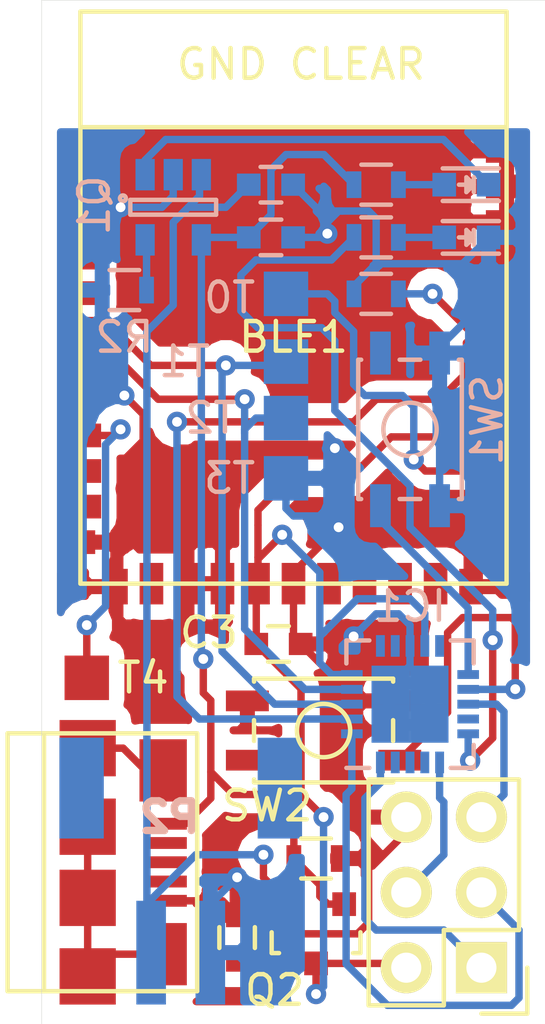
<source format=kicad_pcb>
(kicad_pcb (version 4) (host pcbnew 4.0.0-rc1-stable)

  (general
    (links 76)
    (no_connects 3)
    (area 139.363 59.809499 164.319191 96.987)
    (thickness 1.6)
    (drawings 4)
    (tracks 326)
    (zones 0)
    (modules 25)
    (nets 40)
  )

  (page A4)
  (layers
    (0 F.Cu signal)
    (31 B.Cu signal)
    (32 B.Adhes user)
    (33 F.Adhes user)
    (34 B.Paste user)
    (35 F.Paste user)
    (36 B.SilkS user)
    (37 F.SilkS user)
    (38 B.Mask user)
    (39 F.Mask user)
    (40 Dwgs.User user)
    (41 Cmts.User user)
    (42 Eco1.User user)
    (43 Eco2.User user)
    (44 Edge.Cuts user)
    (45 Margin user)
    (46 B.CrtYd user)
    (47 F.CrtYd user)
    (48 B.Fab user)
    (49 F.Fab user)
  )

  (setup
    (last_trace_width 0.25)
    (trace_clearance 0.2)
    (zone_clearance 0.508)
    (zone_45_only no)
    (trace_min 0.2)
    (segment_width 0.2)
    (edge_width 0.15)
    (via_size 0.6858)
    (via_drill 0.3302)
    (via_min_size 0.6858)
    (via_min_drill 0.3302)
    (user_via 0.6858 0.3302)
    (uvia_size 0.3)
    (uvia_drill 0.1)
    (uvias_allowed no)
    (uvia_min_size 0.2)
    (uvia_min_drill 0.1)
    (pcb_text_width 0.3)
    (pcb_text_size 1.5 1.5)
    (mod_edge_width 0.15)
    (mod_text_size 1 1)
    (mod_text_width 0.15)
    (pad_size 1.524 1.524)
    (pad_drill 0.762)
    (pad_to_mask_clearance 0.2)
    (aux_axis_origin 0 0)
    (visible_elements 7FFFFF7F)
    (pcbplotparams
      (layerselection 0x010f0_80000001)
      (usegerberextensions true)
      (excludeedgelayer true)
      (linewidth 0.100000)
      (plotframeref false)
      (viasonmask false)
      (mode 1)
      (useauxorigin false)
      (hpglpennumber 1)
      (hpglpenspeed 20)
      (hpglpendiameter 15)
      (hpglpenoverlay 2)
      (psnegative false)
      (psa4output false)
      (plotreference true)
      (plotvalue true)
      (plotinvisibletext false)
      (padsonsilk false)
      (subtractmaskfromsilk false)
      (outputformat 1)
      (mirror false)
      (drillshape 0)
      (scaleselection 1)
      (outputdirectory ""))
  )

  (net 0 "")
  (net 1 PROG_GND)
  (net 2 "Net-(BLE1-Pad14)")
  (net 3 BATT_VCC)
  (net 4 "Net-(BLE1-Pad19)")
  (net 5 "Net-(BLE1-Pad20)")
  (net 6 "Net-(BLE1-Pad21)")
  (net 7 "Net-(BLE1-Pad22)")
  (net 8 "Net-(BLE1-Pad3)")
  (net 9 "Net-(BLE1-Pad4)")
  (net 10 "Net-(BLE1-Pad5)")
  (net 11 BLE_TX)
  (net 12 BLE_RX)
  (net 13 "Net-(BLE1-Pad8)")
  (net 14 "Net-(BLE1-Pad10)")
  (net 15 "Net-(BLE1-Pad11)")
  (net 16 "Net-(BLE1-Pad25)")
  (net 17 "Net-(BLE1-Pad28)")
  (net 18 "Net-(BLE1-Pad29)")
  (net 19 WAKE)
  (net 20 "Net-(D1-Pad2)")
  (net 21 "Net-(D1-Pad1)")
  (net 22 "Net-(D2-Pad2)")
  (net 23 P1)
  (net 24 "Net-(IC1-Pad11)")
  (net 25 "Net-(IC1-Pad12)")
  (net 26 P4)
  (net 27 "Net-(IC1-Pad14)")
  (net 28 "Net-(IC1-Pad15)")
  (net 29 P3)
  (net 30 P2)
  (net 31 "Net-(P1-Pad6)")
  (net 32 "Net-(P1-Pad2)")
  (net 33 "Net-(P1-Pad3)")
  (net 34 "Net-(P1-Pad4)")
  (net 35 "Net-(Q1-Pad5)")
  (net 36 BLED1)
  (net 37 BLED2)
  (net 38 LOAD_VCC)
  (net 39 USB_VCC)

  (net_class Default "This is the default net class."
    (clearance 0.2)
    (trace_width 0.25)
    (via_dia 0.6858)
    (via_drill 0.3302)
    (uvia_dia 0.3)
    (uvia_drill 0.1)
    (add_net BATT_VCC)
    (add_net BLED1)
    (add_net BLED2)
    (add_net BLE_RX)
    (add_net BLE_TX)
    (add_net LOAD_VCC)
    (add_net "Net-(BLE1-Pad10)")
    (add_net "Net-(BLE1-Pad11)")
    (add_net "Net-(BLE1-Pad14)")
    (add_net "Net-(BLE1-Pad19)")
    (add_net "Net-(BLE1-Pad20)")
    (add_net "Net-(BLE1-Pad21)")
    (add_net "Net-(BLE1-Pad22)")
    (add_net "Net-(BLE1-Pad25)")
    (add_net "Net-(BLE1-Pad28)")
    (add_net "Net-(BLE1-Pad29)")
    (add_net "Net-(BLE1-Pad3)")
    (add_net "Net-(BLE1-Pad4)")
    (add_net "Net-(BLE1-Pad5)")
    (add_net "Net-(BLE1-Pad8)")
    (add_net "Net-(D1-Pad1)")
    (add_net "Net-(D1-Pad2)")
    (add_net "Net-(D2-Pad2)")
    (add_net "Net-(IC1-Pad11)")
    (add_net "Net-(IC1-Pad12)")
    (add_net "Net-(IC1-Pad14)")
    (add_net "Net-(IC1-Pad15)")
    (add_net "Net-(P1-Pad2)")
    (add_net "Net-(P1-Pad3)")
    (add_net "Net-(P1-Pad4)")
    (add_net "Net-(P1-Pad6)")
    (add_net "Net-(Q1-Pad5)")
    (add_net P1)
    (add_net P2)
    (add_net P3)
    (add_net P4)
    (add_net PROG_GND)
    (add_net USB_VCC)
    (add_net WAKE)
  )

  (module bc118:bc118 (layer F.Cu) (tedit 563F96AF) (tstamp 563ECEE4)
    (at 151.13 69.85)
    (path /560D65FC)
    (fp_text reference BLE1 (at 0 1.3335) (layer F.SilkS)
      (effects (font (size 1 1) (thickness 0.15)))
    )
    (fp_text value BC118 (at 0.0635 -0.0635) (layer F.Fab)
      (effects (font (size 1 1) (thickness 0.15)))
    )
    (fp_text user "GND CLEAR" (at 0.254 -7.874) (layer F.SilkS)
      (effects (font (size 1 1) (thickness 0.15)))
    )
    (fp_line (start -7.2 -5.75) (end 7.2 -5.75) (layer F.SilkS) (width 0.15))
    (fp_line (start -7.2 -9.65) (end -7.2 9.65) (layer F.SilkS) (width 0.15))
    (fp_line (start 7.2 -9.65) (end 7.2 9.65) (layer F.SilkS) (width 0.15))
    (fp_line (start -7.2 -9.65) (end 7.2 -9.65) (layer F.SilkS) (width 0.15))
    (fp_line (start -7.2 9.65) (end 7.2 9.65) (layer F.SilkS) (width 0.15))
    (pad 13 smd rect (at -6 9.75 90) (size 1.2 0.8) (layers F.Cu F.Paste F.Mask)
      (net 1 PROG_GND))
    (pad 24 smd rect (at 7.3 8.25) (size 1.2 0.8) (layers F.Cu F.Paste F.Mask)
      (net 1 PROG_GND))
    (pad 1 smd rect (at -7.2 -4.95) (size 1.4 0.8) (layers F.Cu F.Paste F.Mask)
      (net 1 PROG_GND))
    (pad 12 smd rect (at -7.3 8.25) (size 1.2 0.8) (layers F.Cu F.Paste F.Mask)
      (net 1 PROG_GND))
    (pad 14 smd rect (at -4.8 9.65 90) (size 1.4 0.8) (layers F.Cu F.Paste F.Mask)
      (net 2 "Net-(BLE1-Pad14)"))
    (pad 15 smd rect (at -3.6 9.65 90) (size 1.4 0.8) (layers F.Cu F.Paste F.Mask)
      (net 1 PROG_GND))
    (pad 16 smd rect (at -2.4 9.65 90) (size 1.4 0.8) (layers F.Cu F.Paste F.Mask)
      (net 1 PROG_GND))
    (pad 17 smd rect (at -1.2 9.65 90) (size 1.4 0.8) (layers F.Cu F.Paste F.Mask)
      (net 38 LOAD_VCC))
    (pad 18 smd rect (at 0 9.65 90) (size 1.4 0.8) (layers F.Cu F.Paste F.Mask)
      (net 1 PROG_GND))
    (pad 19 smd rect (at 1.2 9.65 90) (size 1.4 0.8) (layers F.Cu F.Paste F.Mask)
      (net 4 "Net-(BLE1-Pad19)"))
    (pad 20 smd rect (at 2.4 9.65 90) (size 1.4 0.8) (layers F.Cu F.Paste F.Mask)
      (net 5 "Net-(BLE1-Pad20)"))
    (pad 21 smd rect (at 3.6 9.65 90) (size 1.4 0.8) (layers F.Cu F.Paste F.Mask)
      (net 6 "Net-(BLE1-Pad21)"))
    (pad 22 smd rect (at 4.8 9.65 90) (size 1.4 0.8) (layers F.Cu F.Paste F.Mask)
      (net 7 "Net-(BLE1-Pad22)"))
    (pad 23 smd rect (at 6 9.75 90) (size 1.2 0.8) (layers F.Cu F.Paste F.Mask)
      (net 1 PROG_GND))
    (pad 2 smd rect (at -7.2 -3.75) (size 1.4 0.8) (layers F.Cu F.Paste F.Mask)
      (net 1 PROG_GND))
    (pad 3 smd rect (at -7.2 -2.55) (size 1.4 0.8) (layers F.Cu F.Paste F.Mask)
      (net 8 "Net-(BLE1-Pad3)"))
    (pad 4 smd rect (at -7.2 -1.35) (size 1.4 0.8) (layers F.Cu F.Paste F.Mask)
      (net 9 "Net-(BLE1-Pad4)"))
    (pad 5 smd rect (at -7.2 -0.15) (size 1.4 0.8) (layers F.Cu F.Paste F.Mask)
      (net 10 "Net-(BLE1-Pad5)"))
    (pad 6 smd rect (at -7.2 1.05) (size 1.4 0.8) (layers F.Cu F.Paste F.Mask)
      (net 11 BLE_TX))
    (pad 7 smd rect (at -7.2 2.25) (size 1.4 0.8) (layers F.Cu F.Paste F.Mask)
      (net 12 BLE_RX))
    (pad 8 smd rect (at -7.2 3.45) (size 1.4 0.8) (layers F.Cu F.Paste F.Mask)
      (net 13 "Net-(BLE1-Pad8)"))
    (pad 9 smd rect (at -7.2 4.65) (size 1.4 0.8) (layers F.Cu F.Paste F.Mask)
      (net 36 BLED1))
    (pad 10 smd rect (at -7.2 5.85) (size 1.4 0.8) (layers F.Cu F.Paste F.Mask)
      (net 14 "Net-(BLE1-Pad10)"))
    (pad 11 smd rect (at -7.2 7.05) (size 1.4 0.8) (layers F.Cu F.Paste F.Mask)
      (net 15 "Net-(BLE1-Pad11)"))
    (pad 25 smd rect (at 7.2 7.05) (size 1.4 0.8) (layers F.Cu F.Paste F.Mask)
      (net 16 "Net-(BLE1-Pad25)"))
    (pad 26 smd rect (at 7.2 5.85) (size 1.4 0.8) (layers F.Cu F.Paste F.Mask)
      (net 37 BLED2))
    (pad 27 smd rect (at 7.2 4.65) (size 1.4 0.8) (layers F.Cu F.Paste F.Mask)
      (net 38 LOAD_VCC))
    (pad 28 smd rect (at 7.2 3.45) (size 1.4 0.8) (layers F.Cu F.Paste F.Mask)
      (net 17 "Net-(BLE1-Pad28)"))
    (pad 29 smd rect (at 7.2 2.25) (size 1.4 0.8) (layers F.Cu F.Paste F.Mask)
      (net 18 "Net-(BLE1-Pad29)"))
    (pad 30 smd rect (at 7.2 1.05) (size 1.4 0.8) (layers F.Cu F.Paste F.Mask)
      (net 19 WAKE))
    (pad 31 smd rect (at 7.2 -0.15) (size 1.4 0.8) (layers F.Cu F.Paste F.Mask)
      (net 1 PROG_GND))
    (pad 32 smd rect (at 7.2 -1.35) (size 1.4 0.8) (layers F.Cu F.Paste F.Mask)
      (net 1 PROG_GND))
    (pad 33 smd rect (at 7.2 -2.55) (size 1.4 0.8) (layers F.Cu F.Paste F.Mask)
      (net 1 PROG_GND))
    (pad 34 smd rect (at 7.2 -3.75) (size 1.4 0.8) (layers F.Cu F.Paste F.Mask)
      (net 1 PROG_GND))
    (pad 35 smd rect (at 7.2 -4.95) (size 1.4 0.8) (layers F.Cu F.Paste F.Mask)
      (net 1 PROG_GND))
  )

  (module Capacitors_SMD:C_0603 (layer B.Cu) (tedit 563F9A9F) (tstamp 563ECEEA)
    (at 150.368 67.818)
    (descr "Capacitor SMD 0603, reflow soldering, AVX (see smccp.pdf)")
    (tags "capacitor 0603")
    (path /563E8E09)
    (attr smd)
    (fp_text reference C1 (at -1.2065 1.0795) (layer B.SilkS) hide
      (effects (font (size 1 1) (thickness 0.15)) (justify mirror))
    )
    (fp_text value 4.7uF (at 0 -1.9) (layer B.Fab) hide
      (effects (font (size 1 1) (thickness 0.15)) (justify mirror))
    )
    (fp_line (start -1.45 0.75) (end 1.45 0.75) (layer B.CrtYd) (width 0.05))
    (fp_line (start -1.45 -0.75) (end 1.45 -0.75) (layer B.CrtYd) (width 0.05))
    (fp_line (start -1.45 0.75) (end -1.45 -0.75) (layer B.CrtYd) (width 0.05))
    (fp_line (start 1.45 0.75) (end 1.45 -0.75) (layer B.CrtYd) (width 0.05))
    (fp_line (start -0.35 0.6) (end 0.35 0.6) (layer B.SilkS) (width 0.15))
    (fp_line (start 0.35 -0.6) (end -0.35 -0.6) (layer B.SilkS) (width 0.15))
    (pad 1 smd rect (at -0.75 0) (size 0.8 0.75) (layers B.Cu B.Paste B.Mask)
      (net 39 USB_VCC))
    (pad 2 smd rect (at 0.75 0) (size 0.8 0.75) (layers B.Cu B.Paste B.Mask)
      (net 1 PROG_GND))
    (model Capacitors_SMD.3dshapes/C_0603.wrl
      (at (xyz 0 0 0))
      (scale (xyz 1 1 1))
      (rotate (xyz 0 0 0))
    )
  )

  (module Capacitors_SMD:C_0603 (layer B.Cu) (tedit 563F9A9A) (tstamp 563ECEF0)
    (at 150.368 66.04 180)
    (descr "Capacitor SMD 0603, reflow soldering, AVX (see smccp.pdf)")
    (tags "capacitor 0603")
    (path /563E8DC4)
    (attr smd)
    (fp_text reference C2 (at 1.143 1.0795 180) (layer B.SilkS) hide
      (effects (font (size 1 1) (thickness 0.15)) (justify mirror))
    )
    (fp_text value 4.7uF (at 0 -1.9 180) (layer B.Fab) hide
      (effects (font (size 1 1) (thickness 0.15)) (justify mirror))
    )
    (fp_line (start -1.45 0.75) (end 1.45 0.75) (layer B.CrtYd) (width 0.05))
    (fp_line (start -1.45 -0.75) (end 1.45 -0.75) (layer B.CrtYd) (width 0.05))
    (fp_line (start -1.45 0.75) (end -1.45 -0.75) (layer B.CrtYd) (width 0.05))
    (fp_line (start 1.45 0.75) (end 1.45 -0.75) (layer B.CrtYd) (width 0.05))
    (fp_line (start -0.35 0.6) (end 0.35 0.6) (layer B.SilkS) (width 0.15))
    (fp_line (start 0.35 -0.6) (end -0.35 -0.6) (layer B.SilkS) (width 0.15))
    (pad 1 smd rect (at -0.75 0 180) (size 0.8 0.75) (layers B.Cu B.Paste B.Mask)
      (net 1 PROG_GND))
    (pad 2 smd rect (at 0.75 0 180) (size 0.8 0.75) (layers B.Cu B.Paste B.Mask)
      (net 3 BATT_VCC))
    (model Capacitors_SMD.3dshapes/C_0603.wrl
      (at (xyz 0 0 0))
      (scale (xyz 1 1 1))
      (rotate (xyz 0 0 0))
    )
  )

  (module Capacitors_SMD:C_0603 (layer F.Cu) (tedit 563F97BA) (tstamp 563ECEF6)
    (at 150.622 81.534 180)
    (descr "Capacitor SMD 0603, reflow soldering, AVX (see smccp.pdf)")
    (tags "capacitor 0603")
    (path /560D7779)
    (attr smd)
    (fp_text reference C3 (at 2.3495 0.381 180) (layer F.SilkS)
      (effects (font (size 1 1) (thickness 0.15)))
    )
    (fp_text value 10nF (at 0 1.9 180) (layer F.Fab) hide
      (effects (font (size 1 1) (thickness 0.15)))
    )
    (fp_line (start -1.45 -0.75) (end 1.45 -0.75) (layer F.CrtYd) (width 0.05))
    (fp_line (start -1.45 0.75) (end 1.45 0.75) (layer F.CrtYd) (width 0.05))
    (fp_line (start -1.45 -0.75) (end -1.45 0.75) (layer F.CrtYd) (width 0.05))
    (fp_line (start 1.45 -0.75) (end 1.45 0.75) (layer F.CrtYd) (width 0.05))
    (fp_line (start -0.35 -0.6) (end 0.35 -0.6) (layer F.SilkS) (width 0.15))
    (fp_line (start 0.35 0.6) (end -0.35 0.6) (layer F.SilkS) (width 0.15))
    (pad 1 smd rect (at -0.75 0 180) (size 0.8 0.75) (layers F.Cu F.Paste F.Mask)
      (net 1 PROG_GND))
    (pad 2 smd rect (at 0.75 0 180) (size 0.8 0.75) (layers F.Cu F.Paste F.Mask)
      (net 38 LOAD_VCC))
    (model Capacitors_SMD.3dshapes/C_0603.wrl
      (at (xyz 0 0 0))
      (scale (xyz 1 1 1))
      (rotate (xyz 0 0 0))
    )
  )

  (module LEDs:LED-0603 (layer B.Cu) (tedit 563F9A8D) (tstamp 563ECEFC)
    (at 156.972 66.04 180)
    (descr "LED 0603 smd package")
    (tags "LED led 0603 SMD smd SMT smt smdled SMDLED smtled SMTLED")
    (path /563E8E5E)
    (attr smd)
    (fp_text reference D1 (at 1.524 1.016 180) (layer B.SilkS) hide
      (effects (font (size 1 1) (thickness 0.15)) (justify mirror))
    )
    (fp_text value LED (at 0 -1.5 180) (layer B.Fab) hide
      (effects (font (size 1 1) (thickness 0.15)) (justify mirror))
    )
    (fp_line (start -1.1 -0.55) (end 0.8 -0.55) (layer B.SilkS) (width 0.15))
    (fp_line (start -1.1 0.55) (end 0.8 0.55) (layer B.SilkS) (width 0.15))
    (fp_line (start -0.2 0) (end 0.25 0) (layer B.SilkS) (width 0.15))
    (fp_line (start -0.25 0.25) (end -0.25 -0.25) (layer B.SilkS) (width 0.15))
    (fp_line (start -0.25 0) (end 0 0.25) (layer B.SilkS) (width 0.15))
    (fp_line (start 0 0.25) (end 0 -0.25) (layer B.SilkS) (width 0.15))
    (fp_line (start 0 -0.25) (end -0.25 0) (layer B.SilkS) (width 0.15))
    (fp_line (start 1.4 0.75) (end 1.4 -0.75) (layer B.CrtYd) (width 0.05))
    (fp_line (start 1.4 -0.75) (end -1.4 -0.75) (layer B.CrtYd) (width 0.05))
    (fp_line (start -1.4 -0.75) (end -1.4 0.75) (layer B.CrtYd) (width 0.05))
    (fp_line (start -1.4 0.75) (end 1.4 0.75) (layer B.CrtYd) (width 0.05))
    (pad 2 smd rect (at 0.7493 0) (size 0.79756 0.79756) (layers B.Cu B.Paste B.Mask)
      (net 20 "Net-(D1-Pad2)"))
    (pad 1 smd rect (at -0.7493 0) (size 0.79756 0.79756) (layers B.Cu B.Paste B.Mask)
      (net 21 "Net-(D1-Pad1)"))
  )

  (module LEDs:LED-0603 (layer B.Cu) (tedit 563F9A88) (tstamp 563ECF02)
    (at 156.972 67.818 180)
    (descr "LED 0603 smd package")
    (tags "LED led 0603 SMD smd SMT smt smdled SMDLED smtled SMTLED")
    (path /561F3B46)
    (attr smd)
    (fp_text reference D2 (at 1.7145 0.8255 180) (layer B.SilkS) hide
      (effects (font (size 1 1) (thickness 0.15)) (justify mirror))
    )
    (fp_text value LED (at 0 -1.5 180) (layer B.Fab) hide
      (effects (font (size 1 1) (thickness 0.15)) (justify mirror))
    )
    (fp_line (start -1.1 -0.55) (end 0.8 -0.55) (layer B.SilkS) (width 0.15))
    (fp_line (start -1.1 0.55) (end 0.8 0.55) (layer B.SilkS) (width 0.15))
    (fp_line (start -0.2 0) (end 0.25 0) (layer B.SilkS) (width 0.15))
    (fp_line (start -0.25 0.25) (end -0.25 -0.25) (layer B.SilkS) (width 0.15))
    (fp_line (start -0.25 0) (end 0 0.25) (layer B.SilkS) (width 0.15))
    (fp_line (start 0 0.25) (end 0 -0.25) (layer B.SilkS) (width 0.15))
    (fp_line (start 0 -0.25) (end -0.25 0) (layer B.SilkS) (width 0.15))
    (fp_line (start 1.4 0.75) (end 1.4 -0.75) (layer B.CrtYd) (width 0.05))
    (fp_line (start 1.4 -0.75) (end -1.4 -0.75) (layer B.CrtYd) (width 0.05))
    (fp_line (start -1.4 -0.75) (end -1.4 0.75) (layer B.CrtYd) (width 0.05))
    (fp_line (start -1.4 0.75) (end 1.4 0.75) (layer B.CrtYd) (width 0.05))
    (pad 2 smd rect (at 0.7493 0) (size 0.79756 0.79756) (layers B.Cu B.Paste B.Mask)
      (net 22 "Net-(D2-Pad2)"))
    (pad 1 smd rect (at -0.7493 0) (size 0.79756 0.79756) (layers B.Cu B.Paste B.Mask)
      (net 1 PROG_GND))
  )

  (module war_ic:qfn20 (layer B.Cu) (tedit 563F9810) (tstamp 563ECF1E)
    (at 155.067 83.566)
    (descr "20-Lead Plastic Quad Flat, No Lead Package (ML) - 4x4x0.9 mm Body [QFN]; (see Microchip Packaging Specification 00000049BS.pdf)")
    (tags "QFN 0.5")
    (path /56304DEF)
    (attr smd)
    (fp_text reference IC1 (at 0 -3.302) (layer B.SilkS)
      (effects (font (size 1 1) (thickness 0.15)) (justify mirror))
    )
    (fp_text value ATTINY84A-M (at 0 -3.33) (layer B.Fab) hide
      (effects (font (size 1 1) (thickness 0.15)) (justify mirror))
    )
    (fp_line (start -2.6 2.6) (end -2.6 -2.6) (layer B.CrtYd) (width 0.05))
    (fp_line (start 2.6 2.6) (end 2.6 -2.6) (layer B.CrtYd) (width 0.05))
    (fp_line (start -2.6 2.6) (end 2.6 2.6) (layer B.CrtYd) (width 0.05))
    (fp_line (start -2.6 -2.6) (end 2.6 -2.6) (layer B.CrtYd) (width 0.05))
    (fp_line (start 2.15 2.15) (end 2.15 1.375) (layer B.SilkS) (width 0.15))
    (fp_line (start -2.15 -2.15) (end -2.15 -1.375) (layer B.SilkS) (width 0.15))
    (fp_line (start 2.15 -2.15) (end 2.15 -1.375) (layer B.SilkS) (width 0.15))
    (fp_line (start -2.15 2.15) (end -1.375 2.15) (layer B.SilkS) (width 0.15))
    (fp_line (start -2.15 -2.15) (end -1.375 -2.15) (layer B.SilkS) (width 0.15))
    (fp_line (start 2.15 -2.15) (end 1.375 -2.15) (layer B.SilkS) (width 0.15))
    (fp_line (start 2.15 2.15) (end 1.375 2.15) (layer B.SilkS) (width 0.15))
    (pad 1 smd rect (at -1.965 1) (size 0.73 0.3) (layers B.Cu B.Paste B.Mask)
      (net 23 P1))
    (pad 2 smd rect (at -1.965 0.5) (size 0.73 0.3) (layers B.Cu B.Paste B.Mask)
      (net 19 WAKE))
    (pad 3 smd rect (at -1.965 0) (size 0.73 0.3) (layers B.Cu B.Paste B.Mask)
      (net 11 BLE_TX))
    (pad 4 smd rect (at -1.965 -0.5) (size 0.73 0.3) (layers B.Cu B.Paste B.Mask)
      (net 12 BLE_RX))
    (pad 5 smd rect (at -1.965 -1) (size 0.73 0.3) (layers B.Cu B.Paste B.Mask)
      (net 38 LOAD_VCC))
    (pad 6 smd rect (at -1 -1.965 270) (size 0.73 0.3) (layers B.Cu B.Paste B.Mask))
    (pad 7 smd rect (at -0.5 -1.965 270) (size 0.73 0.3) (layers B.Cu B.Paste B.Mask))
    (pad 8 smd rect (at 0 -1.965 270) (size 0.73 0.3) (layers B.Cu B.Paste B.Mask)
      (net 1 PROG_GND))
    (pad 9 smd rect (at 0.5 -1.965 270) (size 0.73 0.3) (layers B.Cu B.Paste B.Mask)
      (net 38 LOAD_VCC))
    (pad 10 smd rect (at 1 -1.965 270) (size 0.73 0.3) (layers B.Cu B.Paste B.Mask))
    (pad 11 smd rect (at 1.965 -1) (size 0.73 0.3) (layers B.Cu B.Paste B.Mask)
      (net 24 "Net-(IC1-Pad11)"))
    (pad 12 smd rect (at 1.965 -0.5) (size 0.73 0.3) (layers B.Cu B.Paste B.Mask)
      (net 25 "Net-(IC1-Pad12)"))
    (pad 13 smd rect (at 1.965 0) (size 0.73 0.3) (layers B.Cu B.Paste B.Mask)
      (net 26 P4))
    (pad 14 smd rect (at 1.965 0.5) (size 0.73 0.3) (layers B.Cu B.Paste B.Mask)
      (net 27 "Net-(IC1-Pad14)"))
    (pad 15 smd rect (at 1.965 1) (size 0.73 0.3) (layers B.Cu B.Paste B.Mask)
      (net 28 "Net-(IC1-Pad15)"))
    (pad 16 smd rect (at 1 1.965 270) (size 0.73 0.3) (layers B.Cu B.Paste B.Mask)
      (net 29 P3))
    (pad 17 smd rect (at 0.5 1.965 270) (size 0.73 0.3) (layers B.Cu B.Paste B.Mask))
    (pad 18 smd rect (at 0 1.965 270) (size 0.73 0.3) (layers B.Cu B.Paste B.Mask))
    (pad 19 smd rect (at -0.5 1.965 270) (size 0.73 0.3) (layers B.Cu B.Paste B.Mask))
    (pad 20 smd rect (at -1 1.965 270) (size 0.73 0.3) (layers B.Cu B.Paste B.Mask)
      (net 30 P2))
    (pad 21 smd rect (at 0.65 -0.65) (size 1.3 1.3) (layers B.Cu B.Paste B.Mask)
      (net 1 PROG_GND) (solder_paste_margin_ratio -0.2))
    (pad 21 smd rect (at 0.65 0.65) (size 1.3 1.3) (layers B.Cu B.Paste B.Mask)
      (net 1 PROG_GND) (solder_paste_margin_ratio -0.2))
    (pad 21 smd rect (at -0.65 -0.65) (size 1.3 1.3) (layers B.Cu B.Paste B.Mask)
      (net 1 PROG_GND) (solder_paste_margin_ratio -0.2))
    (pad 21 smd rect (at -0.65 0.65) (size 1.3 1.3) (layers B.Cu B.Paste B.Mask)
      (net 1 PROG_GND) (solder_paste_margin_ratio -0.2))
    (model Housings_DFN_QFN.3dshapes/QFN-20-1EP_4x4mm_Pitch0.5mm.wrl
      (at (xyz 0 0 0))
      (scale (xyz 1 1 1))
      (rotate (xyz 0 0 0))
    )
  )

  (module war_power:USB_Micro-B (layer F.Cu) (tedit 5643D640) (tstamp 563ECF2D)
    (at 145.288 88.9 270)
    (descr "Micro USB Type B Receptacle")
    (tags "USB USB_B USB_micro USB_OTG")
    (path /563E8CC9)
    (attr smd)
    (fp_text reference P1 (at -0.508 -3.048 270) (layer F.SilkS) hide
      (effects (font (size 1 1) (thickness 0.15)))
    )
    (fp_text value USB_OTG (at 0 4.8 270) (layer F.Fab) hide
      (effects (font (size 1 1) (thickness 0.15)))
    )
    (fp_line (start -4.6 -2.8) (end 4.6 -2.8) (layer F.CrtYd) (width 0.05))
    (fp_line (start 4.6 -2.8) (end 4.6 4.05) (layer F.CrtYd) (width 0.05))
    (fp_line (start 4.6 4.05) (end -4.6 4.05) (layer F.CrtYd) (width 0.05))
    (fp_line (start -4.6 4.05) (end -4.6 -2.8) (layer F.CrtYd) (width 0.05))
    (fp_line (start -4.3509 3.81746) (end 4.3491 3.81746) (layer F.SilkS) (width 0.15))
    (fp_line (start -4.3509 -2.58754) (end 4.3491 -2.58754) (layer F.SilkS) (width 0.15))
    (fp_line (start 4.3491 -2.58754) (end 4.3491 3.81746) (layer F.SilkS) (width 0.15))
    (fp_line (start 4.3491 2.58746) (end -4.3509 2.58746) (layer F.SilkS) (width 0.15))
    (fp_line (start -4.3509 3.81746) (end -4.3509 -2.58754) (layer F.SilkS) (width 0.15))
    (pad 6 smd rect (at 3.85 1.11246 270) (size 1.9 1.9) (layers F.Cu F.Paste F.Mask)
      (net 31 "Net-(P1-Pad6)"))
    (pad 6 smd rect (at -3.85 1.11246 270) (size 1.9 1.9) (layers F.Cu F.Paste F.Mask)
      (net 31 "Net-(P1-Pad6)"))
    (pad 6 smd rect (at -1.2 1.11246 270) (size 1.9 1.9) (layers F.Cu F.Paste F.Mask)
      (net 31 "Net-(P1-Pad6)"))
    (pad 6 smd rect (at -3.1 -1.43754 270) (size 2.1 1.6) (layers F.Cu F.Paste F.Mask)
      (net 31 "Net-(P1-Pad6)"))
    (pad 1 smd rect (at -1.3009 -1.56254) (size 1.35 0.4) (layers F.Cu F.Paste F.Mask)
      (net 39 USB_VCC))
    (pad 2 smd rect (at -0.6509 -1.56254) (size 1.35 0.4) (layers F.Cu F.Paste F.Mask)
      (net 32 "Net-(P1-Pad2)"))
    (pad 3 smd rect (at -0.0009 -1.56254) (size 1.35 0.4) (layers F.Cu F.Paste F.Mask)
      (net 33 "Net-(P1-Pad3)"))
    (pad 4 smd rect (at 0.6491 -1.56254) (size 1.35 0.4) (layers F.Cu F.Paste F.Mask)
      (net 34 "Net-(P1-Pad4)"))
    (pad 5 smd rect (at 1.2991 -1.56254) (size 1.35 0.4) (layers F.Cu F.Paste F.Mask)
      (net 1 PROG_GND))
    (pad 6 smd rect (at 3.1 -1.43754 270) (size 2.1 1.6) (layers F.Cu F.Paste F.Mask)
      (net 31 "Net-(P1-Pad6)"))
    (pad 6 smd rect (at 1.2 1.11246 270) (size 1.9 1.9) (layers F.Cu F.Paste F.Mask)
      (net 31 "Net-(P1-Pad6)"))
  )

  (module war_power:JST_2 (layer B.Cu) (tedit 563F97F1) (tstamp 563ECF35)
    (at 147.32 91.948 180)
    (path /563E9ED0)
    (fp_text reference P2 (at 0.381 4.572 180) (layer B.SilkS)
      (effects (font (size 1.00076 1.00076) (thickness 0.25146)) (justify mirror))
    )
    (fp_text value BATT (at 0 5.08 180) (layer B.SilkS) hide
      (effects (font (size 0.50038 0.50038) (thickness 0.12446)) (justify mirror))
    )
    (pad 2 smd rect (at 1 0 180) (size 1 3.5) (layers B.Cu B.Paste B.Mask)
      (net 3 BATT_VCC) (solder_mask_margin 0.09906) (solder_paste_margin -0.09906) (clearance 0.09906))
    (pad 1 smd rect (at -1 0 180) (size 1 3.5) (layers B.Cu B.Paste B.Mask)
      (net 1 PROG_GND) (solder_mask_margin 0.09906) (solder_paste_margin -0.09906) (clearance 0.09906))
    (pad M1 smd rect (at -3.35 5.55 180) (size 1.5 3.4) (layers B.Cu B.Paste B.Mask)
      (solder_mask_margin 0.09906) (solder_paste_margin -0.09906) (clearance 0.09906))
    (pad M2 smd rect (at 3.35 5.55 180) (size 1.5 3.4) (layers B.Cu B.Paste B.Mask)
      (solder_mask_margin 0.09906) (solder_paste_margin -0.09906) (clearance 0.09906))
  )

  (module Pin_Headers:Pin_Header_Straight_2x03 (layer F.Cu) (tedit 5643D5F6) (tstamp 563ECF3F)
    (at 157.48 92.456 180)
    (descr "Through hole pin header")
    (tags "pin header")
    (path /56305C78)
    (fp_text reference P3 (at 4.826 -2.032 180) (layer F.SilkS) hide
      (effects (font (size 1 1) (thickness 0.15)))
    )
    (fp_text value HEADER (at 0 -3.1 180) (layer F.Fab) hide
      (effects (font (size 1 1) (thickness 0.15)))
    )
    (fp_line (start -1.27 1.27) (end -1.27 6.35) (layer F.SilkS) (width 0.15))
    (fp_line (start -1.55 -1.55) (end 0 -1.55) (layer F.SilkS) (width 0.15))
    (fp_line (start -1.75 -1.75) (end -1.75 6.85) (layer F.CrtYd) (width 0.05))
    (fp_line (start 4.3 -1.75) (end 4.3 6.85) (layer F.CrtYd) (width 0.05))
    (fp_line (start -1.75 -1.75) (end 4.3 -1.75) (layer F.CrtYd) (width 0.05))
    (fp_line (start -1.75 6.85) (end 4.3 6.85) (layer F.CrtYd) (width 0.05))
    (fp_line (start 1.27 -1.27) (end 1.27 1.27) (layer F.SilkS) (width 0.15))
    (fp_line (start 1.27 1.27) (end -1.27 1.27) (layer F.SilkS) (width 0.15))
    (fp_line (start -1.27 6.35) (end 3.81 6.35) (layer F.SilkS) (width 0.15))
    (fp_line (start 3.81 6.35) (end 3.81 1.27) (layer F.SilkS) (width 0.15))
    (fp_line (start -1.55 -1.55) (end -1.55 0) (layer F.SilkS) (width 0.15))
    (fp_line (start 3.81 -1.27) (end 1.27 -1.27) (layer F.SilkS) (width 0.15))
    (fp_line (start 3.81 1.27) (end 3.81 -1.27) (layer F.SilkS) (width 0.15))
    (pad 1 thru_hole rect (at 0 0 180) (size 1.7272 1.7272) (drill 1.016) (layers *.Cu *.Mask F.SilkS)
      (net 30 P2))
    (pad 2 thru_hole oval (at 2.54 0 180) (size 1.7272 1.7272) (drill 1.016) (layers *.Cu *.Mask F.SilkS)
      (net 38 LOAD_VCC))
    (pad 3 thru_hole oval (at 0 2.54 180) (size 1.7272 1.7272) (drill 1.016) (layers *.Cu *.Mask F.SilkS)
      (net 23 P1))
    (pad 4 thru_hole oval (at 2.54 2.54 180) (size 1.7272 1.7272) (drill 1.016) (layers *.Cu *.Mask F.SilkS)
      (net 29 P3))
    (pad 5 thru_hole oval (at 0 5.08 180) (size 1.7272 1.7272) (drill 1.016) (layers *.Cu *.Mask F.SilkS)
      (net 26 P4))
    (pad 6 thru_hole oval (at 2.54 5.08 180) (size 1.7272 1.7272) (drill 1.016) (layers *.Cu *.Mask F.SilkS)
      (net 1 PROG_GND))
    (model Pin_Headers.3dshapes/Pin_Header_Straight_2x03.wrl
      (at (xyz 0.05 -0.1 0))
      (scale (xyz 1 1 1))
      (rotate (xyz 0 0 90))
    )
  )

  (module Housings_SOT-23_SOT-143_TSOT-6:SOT-23-5 (layer B.Cu) (tedit 563F98BA) (tstamp 563ECF48)
    (at 147.066 66.802 270)
    (descr "5-pin SOT23 package")
    (tags SOT-23-5)
    (path /563E8F3E)
    (attr smd)
    (fp_text reference Q1 (at -0.0635 2.667 270) (layer B.SilkS)
      (effects (font (size 1 1) (thickness 0.15)) (justify mirror))
    )
    (fp_text value MCP73831 (at -0.05 -2.35 270) (layer B.Fab) hide
      (effects (font (size 1 1) (thickness 0.15)) (justify mirror))
    )
    (fp_line (start -1.8 1.6) (end 1.8 1.6) (layer B.CrtYd) (width 0.05))
    (fp_line (start 1.8 1.6) (end 1.8 -1.6) (layer B.CrtYd) (width 0.05))
    (fp_line (start 1.8 -1.6) (end -1.8 -1.6) (layer B.CrtYd) (width 0.05))
    (fp_line (start -1.8 -1.6) (end -1.8 1.6) (layer B.CrtYd) (width 0.05))
    (fp_circle (center -0.3 1.7) (end -0.2 1.7) (layer B.SilkS) (width 0.15))
    (fp_line (start 0.25 1.45) (end -0.25 1.45) (layer B.SilkS) (width 0.15))
    (fp_line (start 0.25 -1.45) (end 0.25 1.45) (layer B.SilkS) (width 0.15))
    (fp_line (start -0.25 -1.45) (end 0.25 -1.45) (layer B.SilkS) (width 0.15))
    (fp_line (start -0.25 1.45) (end -0.25 -1.45) (layer B.SilkS) (width 0.15))
    (pad 1 smd rect (at -1.1 0.95 270) (size 1.06 0.65) (layers B.Cu B.Paste B.Mask)
      (net 21 "Net-(D1-Pad1)"))
    (pad 2 smd rect (at -1.1 0 270) (size 1.06 0.65) (layers B.Cu B.Paste B.Mask)
      (net 1 PROG_GND))
    (pad 3 smd rect (at -1.1 -0.95 270) (size 1.06 0.65) (layers B.Cu B.Paste B.Mask)
      (net 3 BATT_VCC))
    (pad 4 smd rect (at 1.1 -0.95 270) (size 1.06 0.65) (layers B.Cu B.Paste B.Mask)
      (net 39 USB_VCC))
    (pad 5 smd rect (at 1.1 0.95 270) (size 1.06 0.65) (layers B.Cu B.Paste B.Mask)
      (net 35 "Net-(Q1-Pad5)"))
    (model Housings_SOT-23_SOT-143_TSOT-6.3dshapes/SOT-23-5.wrl
      (at (xyz 0 0 0))
      (scale (xyz 0.11 0.11 0.11))
      (rotate (xyz 0 0 90))
    )
  )

  (module Resistors_SMD:R_0603 (layer B.Cu) (tedit 563F9A96) (tstamp 563ECF4E)
    (at 153.924 66.04)
    (descr "Resistor SMD 0603, reflow soldering, Vishay (see dcrcw.pdf)")
    (tags "resistor 0603")
    (path /563E8ED3)
    (attr smd)
    (fp_text reference R1 (at -1.4605 -1.0795) (layer B.SilkS) hide
      (effects (font (size 1 1) (thickness 0.15)) (justify mirror))
    )
    (fp_text value LED_R (at 0 -1.9) (layer B.Fab) hide
      (effects (font (size 1 1) (thickness 0.15)) (justify mirror))
    )
    (fp_line (start -1.3 0.8) (end 1.3 0.8) (layer B.CrtYd) (width 0.05))
    (fp_line (start -1.3 -0.8) (end 1.3 -0.8) (layer B.CrtYd) (width 0.05))
    (fp_line (start -1.3 0.8) (end -1.3 -0.8) (layer B.CrtYd) (width 0.05))
    (fp_line (start 1.3 0.8) (end 1.3 -0.8) (layer B.CrtYd) (width 0.05))
    (fp_line (start 0.5 -0.675) (end -0.5 -0.675) (layer B.SilkS) (width 0.15))
    (fp_line (start -0.5 0.675) (end 0.5 0.675) (layer B.SilkS) (width 0.15))
    (pad 1 smd rect (at -0.75 0) (size 0.5 0.9) (layers B.Cu B.Paste B.Mask)
      (net 39 USB_VCC))
    (pad 2 smd rect (at 0.75 0) (size 0.5 0.9) (layers B.Cu B.Paste B.Mask)
      (net 20 "Net-(D1-Pad2)"))
    (model Resistors_SMD.3dshapes/R_0603.wrl
      (at (xyz 0 0 0))
      (scale (xyz 1 1 1))
      (rotate (xyz 0 0 0))
    )
  )

  (module Resistors_SMD:R_0603 (layer B.Cu) (tedit 563F9897) (tstamp 563ECF54)
    (at 145.415 69.596 180)
    (descr "Resistor SMD 0603, reflow soldering, Vishay (see dcrcw.pdf)")
    (tags "resistor 0603")
    (path /563E9ABE)
    (attr smd)
    (fp_text reference R2 (at 0 -1.5875 180) (layer B.SilkS)
      (effects (font (size 1 1) (thickness 0.15)) (justify mirror))
    )
    (fp_text value PROG (at 0 -1.9 180) (layer B.Fab) hide
      (effects (font (size 1 1) (thickness 0.15)) (justify mirror))
    )
    (fp_line (start -1.3 0.8) (end 1.3 0.8) (layer B.CrtYd) (width 0.05))
    (fp_line (start -1.3 -0.8) (end 1.3 -0.8) (layer B.CrtYd) (width 0.05))
    (fp_line (start -1.3 0.8) (end -1.3 -0.8) (layer B.CrtYd) (width 0.05))
    (fp_line (start 1.3 0.8) (end 1.3 -0.8) (layer B.CrtYd) (width 0.05))
    (fp_line (start 0.5 -0.675) (end -0.5 -0.675) (layer B.SilkS) (width 0.15))
    (fp_line (start -0.5 0.675) (end 0.5 0.675) (layer B.SilkS) (width 0.15))
    (pad 1 smd rect (at -0.75 0 180) (size 0.5 0.9) (layers B.Cu B.Paste B.Mask)
      (net 35 "Net-(Q1-Pad5)"))
    (pad 2 smd rect (at 0.75 0 180) (size 0.5 0.9) (layers B.Cu B.Paste B.Mask)
      (net 1 PROG_GND))
    (model Resistors_SMD.3dshapes/R_0603.wrl
      (at (xyz 0 0 0))
      (scale (xyz 1 1 1))
      (rotate (xyz 0 0 0))
    )
  )

  (module Resistors_SMD:R_0603 (layer B.Cu) (tedit 563F9A91) (tstamp 563ECF5A)
    (at 153.924 67.818 180)
    (descr "Resistor SMD 0603, reflow soldering, Vishay (see dcrcw.pdf)")
    (tags "resistor 0603")
    (path /561F3B97)
    (attr smd)
    (fp_text reference R3 (at -9.144 -0.0635 180) (layer B.SilkS) hide
      (effects (font (size 1 1) (thickness 0.15)) (justify mirror))
    )
    (fp_text value LED_R (at 0 -1.9 180) (layer B.Fab) hide
      (effects (font (size 1 1) (thickness 0.15)) (justify mirror))
    )
    (fp_line (start -1.3 0.8) (end 1.3 0.8) (layer B.CrtYd) (width 0.05))
    (fp_line (start -1.3 -0.8) (end 1.3 -0.8) (layer B.CrtYd) (width 0.05))
    (fp_line (start -1.3 0.8) (end -1.3 -0.8) (layer B.CrtYd) (width 0.05))
    (fp_line (start 1.3 0.8) (end 1.3 -0.8) (layer B.CrtYd) (width 0.05))
    (fp_line (start 0.5 -0.675) (end -0.5 -0.675) (layer B.SilkS) (width 0.15))
    (fp_line (start -0.5 0.675) (end 0.5 0.675) (layer B.SilkS) (width 0.15))
    (pad 1 smd rect (at -0.75 0 180) (size 0.5 0.9) (layers B.Cu B.Paste B.Mask)
      (net 22 "Net-(D2-Pad2)"))
    (pad 2 smd rect (at 0.75 0 180) (size 0.5 0.9) (layers B.Cu B.Paste B.Mask)
      (net 28 "Net-(IC1-Pad15)"))
    (model Resistors_SMD.3dshapes/R_0603.wrl
      (at (xyz 0 0 0))
      (scale (xyz 1 1 1))
      (rotate (xyz 0 0 0))
    )
  )

  (module Resistors_SMD:R_0603 (layer B.Cu) (tedit 563F9AA4) (tstamp 563ECF60)
    (at 153.924 69.723 180)
    (descr "Resistor SMD 0603, reflow soldering, Vishay (see dcrcw.pdf)")
    (tags "resistor 0603")
    (path /56303048)
    (attr smd)
    (fp_text reference R4 (at -3.8735 -1.016 180) (layer B.SilkS) hide
      (effects (font (size 1 1) (thickness 0.15)) (justify mirror))
    )
    (fp_text value 100K (at 0 -1.9 180) (layer B.Fab) hide
      (effects (font (size 1 1) (thickness 0.15)) (justify mirror))
    )
    (fp_line (start -1.3 0.8) (end 1.3 0.8) (layer B.CrtYd) (width 0.05))
    (fp_line (start -1.3 -0.8) (end 1.3 -0.8) (layer B.CrtYd) (width 0.05))
    (fp_line (start -1.3 0.8) (end -1.3 -0.8) (layer B.CrtYd) (width 0.05))
    (fp_line (start 1.3 0.8) (end 1.3 -0.8) (layer B.CrtYd) (width 0.05))
    (fp_line (start 0.5 -0.675) (end -0.5 -0.675) (layer B.SilkS) (width 0.15))
    (fp_line (start -0.5 0.675) (end 0.5 0.675) (layer B.SilkS) (width 0.15))
    (pad 1 smd rect (at -0.75 0 180) (size 0.5 0.9) (layers B.Cu B.Paste B.Mask)
      (net 19 WAKE))
    (pad 2 smd rect (at 0.75 0 180) (size 0.5 0.9) (layers B.Cu B.Paste B.Mask)
      (net 1 PROG_GND))
    (model Resistors_SMD.3dshapes/R_0603.wrl
      (at (xyz 0 0 0))
      (scale (xyz 1 1 1))
      (rotate (xyz 0 0 0))
    )
  )

  (module Buttons_Switches_SMD:SW_SPST_EVQP2 (layer B.Cu) (tedit 563F985F) (tstamp 563ECF68)
    (at 155.067 74.295 270)
    (descr "Light Touch Switch")
    (path /560D7FE8)
    (attr smd)
    (fp_text reference SW1 (at -0.3175 -2.6035 270) (layer B.SilkS)
      (effects (font (size 1 1) (thickness 0.15)) (justify mirror))
    )
    (fp_text value SW_PUSH (at 0 0 270) (layer B.Fab) hide
      (effects (font (size 1 1) (thickness 0.15)) (justify mirror))
    )
    (fp_line (start -3.55 2) (end 3.55 2) (layer B.CrtYd) (width 0.05))
    (fp_line (start 3.55 2) (end 3.55 -2) (layer B.CrtYd) (width 0.05))
    (fp_line (start 3.55 -2) (end -3.55 -2) (layer B.CrtYd) (width 0.05))
    (fp_line (start -3.55 -2) (end -3.55 2) (layer B.CrtYd) (width 0.05))
    (fp_line (start 2.35 1.75) (end 2.35 1.65) (layer B.SilkS) (width 0.15))
    (fp_line (start 2.35 -1.75) (end 2.35 -1.65) (layer B.SilkS) (width 0.15))
    (fp_line (start -2.35 -1.65) (end -2.35 -1.75) (layer B.SilkS) (width 0.15))
    (fp_line (start -2.35 1.75) (end -2.35 1.65) (layer B.SilkS) (width 0.15))
    (fp_line (start -2.35 0.35) (end -2.35 -0.35) (layer B.SilkS) (width 0.15))
    (fp_line (start 2.35 0.35) (end 2.35 -0.35) (layer B.SilkS) (width 0.15))
    (fp_line (start 2.35 1.75) (end -2.35 1.75) (layer B.SilkS) (width 0.15))
    (fp_line (start -2.35 -1.75) (end 2.35 -1.75) (layer B.SilkS) (width 0.15))
    (fp_circle (center 0 0) (end 0.9 0) (layer B.SilkS) (width 0.15))
    (pad 1 smd rect (at 2.575 1 270) (size 1.45 0.7) (layers B.Cu B.Paste B.Mask)
      (net 24 "Net-(IC1-Pad11)"))
    (pad 1 smd rect (at -2.575 1 270) (size 1.45 0.7) (layers B.Cu B.Paste B.Mask)
      (net 24 "Net-(IC1-Pad11)"))
    (pad 2 smd rect (at -2.575 -1 270) (size 1.45 0.7) (layers B.Cu B.Paste B.Mask)
      (net 1 PROG_GND))
    (pad 2 smd rect (at 2.575 -1 270) (size 1.45 0.7) (layers B.Cu B.Paste B.Mask)
      (net 1 PROG_GND))
  )

  (module Buttons_Switches_SMD:SW_SPST_EVQP2 (layer F.Cu) (tedit 5643D629) (tstamp 563ECF70)
    (at 152.146 84.455 180)
    (descr "Light Touch Switch")
    (path /56304568)
    (attr smd)
    (fp_text reference SW2 (at 1.905 -2.54 180) (layer F.SilkS)
      (effects (font (size 1 1) (thickness 0.15)))
    )
    (fp_text value SW_PUSH (at 0 0 180) (layer F.Fab) hide
      (effects (font (size 1 1) (thickness 0.15)))
    )
    (fp_line (start -3.55 -2) (end 3.55 -2) (layer F.CrtYd) (width 0.05))
    (fp_line (start 3.55 -2) (end 3.55 2) (layer F.CrtYd) (width 0.05))
    (fp_line (start 3.55 2) (end -3.55 2) (layer F.CrtYd) (width 0.05))
    (fp_line (start -3.55 2) (end -3.55 -2) (layer F.CrtYd) (width 0.05))
    (fp_line (start 2.35 -1.75) (end 2.35 -1.65) (layer F.SilkS) (width 0.15))
    (fp_line (start 2.35 1.75) (end 2.35 1.65) (layer F.SilkS) (width 0.15))
    (fp_line (start -2.35 1.65) (end -2.35 1.75) (layer F.SilkS) (width 0.15))
    (fp_line (start -2.35 -1.75) (end -2.35 -1.65) (layer F.SilkS) (width 0.15))
    (fp_line (start -2.35 -0.35) (end -2.35 0.35) (layer F.SilkS) (width 0.15))
    (fp_line (start 2.35 -0.35) (end 2.35 0.35) (layer F.SilkS) (width 0.15))
    (fp_line (start 2.35 -1.75) (end -2.35 -1.75) (layer F.SilkS) (width 0.15))
    (fp_line (start -2.35 1.75) (end 2.35 1.75) (layer F.SilkS) (width 0.15))
    (fp_circle (center 0 0) (end 0.9 0) (layer F.SilkS) (width 0.15))
    (pad 1 smd rect (at 2.575 -1 180) (size 1.45 0.7) (layers F.Cu F.Paste F.Mask)
      (net 25 "Net-(IC1-Pad12)"))
    (pad 1 smd rect (at -2.575 -1 180) (size 1.45 0.7) (layers F.Cu F.Paste F.Mask)
      (net 25 "Net-(IC1-Pad12)"))
    (pad 2 smd rect (at -2.575 1 180) (size 1.45 0.7) (layers F.Cu F.Paste F.Mask)
      (net 1 PROG_GND))
    (pad 2 smd rect (at 2.575 1 180) (size 1.45 0.7) (layers F.Cu F.Paste F.Mask)
      (net 1 PROG_GND))
  )

  (module Measurement_Points:Measurement_Point_Square-SMD-Pad_Small (layer B.Cu) (tedit 56453750) (tstamp 563F08E8)
    (at 150.876 73.914)
    (descr "Mesurement Point, Square, SMD Pad,  1.5mm x 1.5mm,")
    (tags "Mesurement Point, Square, SMD Pad, 1.5mm x 1.5mm,")
    (path /563F032D)
    (fp_text reference T2 (at -2.54 0) (layer B.SilkS)
      (effects (font (size 1 1) (thickness 0.15)) (justify mirror))
    )
    (fp_text value T2 (at -2.54 0.127) (layer B.Fab) hide
      (effects (font (size 1 1) (thickness 0.15)) (justify mirror))
    )
    (pad 1 smd rect (at 0 0) (size 1.50114 1.50114) (layers B.Cu B.Paste B.Mask)
      (net 12 BLE_RX))
  )

  (module Measurement_Points:Measurement_Point_Square-SMD-Pad_Small (layer B.Cu) (tedit 56453749) (tstamp 563F08ED)
    (at 150.876 72.009)
    (descr "Mesurement Point, Square, SMD Pad,  1.5mm x 1.5mm,")
    (tags "Mesurement Point, Square, SMD Pad, 1.5mm x 1.5mm,")
    (path /563F0448)
    (fp_text reference T1 (at -3.429 0) (layer B.SilkS)
      (effects (font (size 1 1) (thickness 0.15)) (justify mirror))
    )
    (fp_text value T1 (at -3.302 0) (layer B.Fab) hide
      (effects (font (size 1 1) (thickness 0.15)) (justify mirror))
    )
    (pad 1 smd rect (at 0 0) (size 1.50114 1.50114) (layers B.Cu B.Paste B.Mask)
      (net 11 BLE_TX))
  )

  (module Measurement_Points:Measurement_Point_Square-SMD-Pad_Small (layer B.Cu) (tedit 56453758) (tstamp 563F08F2)
    (at 150.876 75.946)
    (descr "Mesurement Point, Square, SMD Pad,  1.5mm x 1.5mm,")
    (tags "Mesurement Point, Square, SMD Pad, 1.5mm x 1.5mm,")
    (path /563F087A)
    (fp_text reference T3 (at -1.905 0) (layer B.SilkS)
      (effects (font (size 1 1) (thickness 0.15)) (justify mirror))
    )
    (fp_text value T3 (at -1.905 0) (layer B.Fab) hide
      (effects (font (size 1 1) (thickness 0.15)) (justify mirror))
    )
    (pad 1 smd rect (at 0 0) (size 1.50114 1.50114) (layers B.Cu B.Paste B.Mask)
      (net 1 PROG_GND))
  )

  (module Measurement_Points:Measurement_Point_Square-SMD-Pad_Small (layer F.Cu) (tedit 56453762) (tstamp 563F08F7)
    (at 144.145 82.677)
    (descr "Mesurement Point, Square, SMD Pad,  1.5mm x 1.5mm,")
    (tags "Mesurement Point, Square, SMD Pad, 1.5mm x 1.5mm,")
    (path /563F08ED)
    (fp_text reference T4 (at 1.905 0) (layer F.SilkS)
      (effects (font (size 1 1) (thickness 0.15)))
    )
    (fp_text value T4 (at 1.905 0) (layer F.Fab) hide
      (effects (font (size 1 1) (thickness 0.15)))
    )
    (pad 1 smd rect (at 0 0) (size 1.50114 1.50114) (layers F.Cu F.Paste F.Mask)
      (net 36 BLED1))
  )

  (module Measurement_Points:Measurement_Point_Square-SMD-Pad_Small (layer B.Cu) (tedit 56453740) (tstamp 563F08FC)
    (at 150.876 69.723)
    (descr "Mesurement Point, Square, SMD Pad,  1.5mm x 1.5mm,")
    (tags "Mesurement Point, Square, SMD Pad, 1.5mm x 1.5mm,")
    (path /563F094E)
    (fp_text reference T0 (at -1.905 0.127) (layer B.SilkS)
      (effects (font (size 1 1) (thickness 0.15)) (justify mirror))
    )
    (fp_text value T0 (at -2.159 0) (layer B.Fab) hide
      (effects (font (size 1 1) (thickness 0.15)) (justify mirror))
    )
    (pad 1 smd rect (at 0 0) (size 1.50114 1.50114) (layers B.Cu B.Paste B.Mask)
      (net 37 BLED2))
  )

  (module Capacitors_SMD:C_0603 (layer F.Cu) (tedit 5643D610) (tstamp 5643CE07)
    (at 149.225 91.44 270)
    (descr "Capacitor SMD 0603, reflow soldering, AVX (see smccp.pdf)")
    (tags "capacitor 0603")
    (path /5644026D)
    (attr smd)
    (fp_text reference C4 (at 3.683 -1.016 270) (layer F.SilkS) hide
      (effects (font (size 1 1) (thickness 0.15)))
    )
    (fp_text value 1uF (at 0 1.9 270) (layer F.Fab)
      (effects (font (size 1 1) (thickness 0.15)))
    )
    (fp_line (start -1.45 -0.75) (end 1.45 -0.75) (layer F.CrtYd) (width 0.05))
    (fp_line (start -1.45 0.75) (end 1.45 0.75) (layer F.CrtYd) (width 0.05))
    (fp_line (start -1.45 -0.75) (end -1.45 0.75) (layer F.CrtYd) (width 0.05))
    (fp_line (start 1.45 -0.75) (end 1.45 0.75) (layer F.CrtYd) (width 0.05))
    (fp_line (start -0.35 -0.6) (end 0.35 -0.6) (layer F.SilkS) (width 0.15))
    (fp_line (start 0.35 0.6) (end -0.35 0.6) (layer F.SilkS) (width 0.15))
    (pad 1 smd rect (at -0.75 0 270) (size 0.8 0.75) (layers F.Cu F.Paste F.Mask)
      (net 1 PROG_GND))
    (pad 2 smd rect (at 0.75 0 270) (size 0.8 0.75) (layers F.Cu F.Paste F.Mask)
      (net 38 LOAD_VCC))
    (model Capacitors_SMD.3dshapes/C_0603.wrl
      (at (xyz 0 0 0))
      (scale (xyz 1 1 1))
      (rotate (xyz 0 0 0))
    )
  )

  (module Housings_SOT-23_SOT-143_TSOT-6:SOT-23 (layer F.Cu) (tedit 5643D5E1) (tstamp 5643CE0E)
    (at 151.892 91.313 180)
    (descr "SOT-23, Standard")
    (tags SOT-23)
    (path /5643C51D)
    (attr smd)
    (fp_text reference Q2 (at 1.397 -1.905 180) (layer F.SilkS)
      (effects (font (size 1 1) (thickness 0.15)))
    )
    (fp_text value NTR2101PT1G (at -0.254 -4.699 180) (layer F.Fab) hide
      (effects (font (size 1 1) (thickness 0.15)))
    )
    (fp_line (start -1.65 -1.6) (end 1.65 -1.6) (layer F.CrtYd) (width 0.05))
    (fp_line (start 1.65 -1.6) (end 1.65 1.6) (layer F.CrtYd) (width 0.05))
    (fp_line (start 1.65 1.6) (end -1.65 1.6) (layer F.CrtYd) (width 0.05))
    (fp_line (start -1.65 1.6) (end -1.65 -1.6) (layer F.CrtYd) (width 0.05))
    (fp_line (start 1.29916 -0.65024) (end 1.2509 -0.65024) (layer F.SilkS) (width 0.15))
    (fp_line (start -1.49982 0.0508) (end -1.49982 -0.65024) (layer F.SilkS) (width 0.15))
    (fp_line (start -1.49982 -0.65024) (end -1.2509 -0.65024) (layer F.SilkS) (width 0.15))
    (fp_line (start 1.29916 -0.65024) (end 1.49982 -0.65024) (layer F.SilkS) (width 0.15))
    (fp_line (start 1.49982 -0.65024) (end 1.49982 0.0508) (layer F.SilkS) (width 0.15))
    (pad 1 smd rect (at -0.95 1.00076 180) (size 0.8001 0.8001) (layers F.Cu F.Paste F.Mask)
      (net 39 USB_VCC))
    (pad 2 smd rect (at 0.95 1.00076 180) (size 0.8001 0.8001) (layers F.Cu F.Paste F.Mask)
      (net 3 BATT_VCC))
    (pad 3 smd rect (at 0 -0.99822 180) (size 0.8001 0.8001) (layers F.Cu F.Paste F.Mask)
      (net 38 LOAD_VCC))
    (model Housings_SOT-23_SOT-143_TSOT-6.3dshapes/SOT-23.wrl
      (at (xyz 0 0 0))
      (scale (xyz 1 1 1))
      (rotate (xyz 0 0 0))
    )
  )

  (module Resistors_SMD:R_0603 (layer F.Cu) (tedit 5643D61B) (tstamp 5643CE14)
    (at 151.892 88.773 180)
    (descr "Resistor SMD 0603, reflow soldering, Vishay (see dcrcw.pdf)")
    (tags "resistor 0603")
    (path /5644486A)
    (attr smd)
    (fp_text reference R5 (at -10.033 1.143 180) (layer F.SilkS) hide
      (effects (font (size 1 1) (thickness 0.15)))
    )
    (fp_text value 100K (at 0 1.9 180) (layer F.Fab) hide
      (effects (font (size 1 1) (thickness 0.15)))
    )
    (fp_line (start -1.3 -0.8) (end 1.3 -0.8) (layer F.CrtYd) (width 0.05))
    (fp_line (start -1.3 0.8) (end 1.3 0.8) (layer F.CrtYd) (width 0.05))
    (fp_line (start -1.3 -0.8) (end -1.3 0.8) (layer F.CrtYd) (width 0.05))
    (fp_line (start 1.3 -0.8) (end 1.3 0.8) (layer F.CrtYd) (width 0.05))
    (fp_line (start 0.5 0.675) (end -0.5 0.675) (layer F.SilkS) (width 0.15))
    (fp_line (start -0.5 -0.675) (end 0.5 -0.675) (layer F.SilkS) (width 0.15))
    (pad 1 smd rect (at -0.75 0 180) (size 0.5 0.9) (layers F.Cu F.Paste F.Mask)
      (net 1 PROG_GND))
    (pad 2 smd rect (at 0.75 0 180) (size 0.5 0.9) (layers F.Cu F.Paste F.Mask)
      (net 39 USB_VCC))
    (model Resistors_SMD.3dshapes/R_0603.wrl
      (at (xyz 0 0 0))
      (scale (xyz 1 1 1))
      (rotate (xyz 0 0 0))
    )
  )

  (gr_line (start 142.621 59.817) (end 142.621 94.361) (angle 90) (layer Edge.Cuts) (width 0.015))
  (gr_line (start 159.639 59.817) (end 142.621 59.817) (angle 90) (layer Edge.Cuts) (width 0.015))
  (gr_line (start 159.639 94.361) (end 159.639 59.817) (angle 90) (layer Edge.Cuts) (width 0.015))
  (gr_line (start 142.621 94.361) (end 159.639 94.361) (angle 90) (layer Edge.Cuts) (width 0.015))

  (segment (start 145.288 75.438) (end 146.812 75.438) (width 0.25) (layer F.Cu) (net 1))
  (segment (start 152.654 75.057) (end 152.654 77.597) (width 0.25) (layer B.Cu) (net 1) (tstamp 5643DBC3))
  (segment (start 152.527 74.93) (end 152.654 75.057) (width 0.25) (layer B.Cu) (net 1) (tstamp 5643DBC2))
  (via (at 152.527 74.93) (size 0.6858) (drill 0.3302) (layers F.Cu B.Cu) (net 1))
  (segment (start 147.32 74.93) (end 152.527 74.93) (width 0.25) (layer F.Cu) (net 1) (tstamp 5643DBBD))
  (segment (start 146.812 75.438) (end 147.32 74.93) (width 0.25) (layer F.Cu) (net 1) (tstamp 5643DBBA))
  (segment (start 153.67 89.027) (end 153.797 89.027) (width 0.25) (layer F.Cu) (net 1))
  (segment (start 153.797 89.027) (end 154.94 87.884) (width 0.25) (layer F.Cu) (net 1) (tstamp 5643D57D))
  (segment (start 154.94 87.884) (end 154.94 87.376) (width 0.25) (layer F.Cu) (net 1) (tstamp 5643D582))
  (segment (start 152.146 83.947) (end 152.654 83.439) (width 0.25) (layer F.Cu) (net 1))
  (segment (start 152.654 83.439) (end 154.705 83.439) (width 0.25) (layer F.Cu) (net 1) (tstamp 5643D545))
  (segment (start 154.705 83.439) (end 154.721 83.455) (width 0.25) (layer F.Cu) (net 1) (tstamp 5643D546))
  (segment (start 149.225 90.69) (end 149.237 90.69) (width 0.25) (layer F.Cu) (net 1))
  (segment (start 149.237 90.69) (end 149.86 91.313) (width 0.25) (layer F.Cu) (net 1) (tstamp 5643D2F4))
  (segment (start 153.416 88.773) (end 152.642 88.773) (width 0.25) (layer F.Cu) (net 1) (tstamp 5643D300))
  (segment (start 153.67 89.027) (end 153.416 88.773) (width 0.25) (layer F.Cu) (net 1) (tstamp 5643D2FD))
  (segment (start 153.67 90.932) (end 153.67 89.027) (width 0.25) (layer F.Cu) (net 1) (tstamp 5643D2F9))
  (segment (start 153.289 91.313) (end 153.67 90.932) (width 0.25) (layer F.Cu) (net 1) (tstamp 5643D2F8))
  (segment (start 149.86 91.313) (end 153.289 91.313) (width 0.25) (layer F.Cu) (net 1) (tstamp 5643D2F6))
  (segment (start 149.225 90.69) (end 149.225 89.408) (width 0.25) (layer F.Cu) (net 1))
  (segment (start 149.225 89.408) (end 148.32 90.313) (width 0.25) (layer B.Cu) (net 1) (tstamp 5643D2B6))
  (via (at 149.225 89.408) (size 0.6858) (drill 0.3302) (layers F.Cu B.Cu) (net 1))
  (segment (start 148.32 90.313) (end 148.32 91.948) (width 0.25) (layer B.Cu) (net 1) (tstamp 5643D2B7))
  (segment (start 146.85054 90.1991) (end 148.7341 90.1991) (width 0.25) (layer F.Cu) (net 1))
  (segment (start 148.7341 90.1991) (end 149.225 90.69) (width 0.25) (layer F.Cu) (net 1) (tstamp 5643D2A5))
  (segment (start 152.146 85.725) (end 152.146 86.106) (width 0.25) (layer F.Cu) (net 1))
  (segment (start 152.146 84.201) (end 152.146 85.725) (width 0.25) (layer F.Cu) (net 1))
  (segment (start 153.416 87.376) (end 154.94 87.376) (width 0.25) (layer F.Cu) (net 1) (tstamp 5643D091))
  (segment (start 152.146 86.106) (end 152.642 86.602) (width 0.25) (layer F.Cu) (net 1) (tstamp 5643D08F))
  (segment (start 152.642 86.602) (end 153.416 87.376) (width 0.25) (layer F.Cu) (net 1) (tstamp 5643D0E8))
  (segment (start 148.73 79.5) (end 147.53 79.5) (width 0.25) (layer F.Cu) (net 1))
  (segment (start 152.146 84.201) (end 152.146 83.947) (width 0.25) (layer F.Cu) (net 1) (tstamp 563F1E28))
  (segment (start 152.146 83.947) (end 152.146 82.308) (width 0.25) (layer F.Cu) (net 1) (tstamp 5643D543))
  (segment (start 152.146 82.308) (end 151.372 81.534) (width 0.25) (layer F.Cu) (net 1) (tstamp 563F1E22))
  (segment (start 143.93 66.1) (end 144.586 66.1) (width 0.25) (layer F.Cu) (net 1))
  (segment (start 144.586 66.1) (end 145.288 66.802) (width 0.25) (layer F.Cu) (net 1) (tstamp 563F1DC2))
  (via (at 145.288 66.802) (size 0.6858) (drill 0.3302) (layers F.Cu B.Cu) (net 1))
  (segment (start 156.067 71.72) (end 156.067 76.87) (width 0.25) (layer B.Cu) (net 1))
  (segment (start 152.654 77.597) (end 152.527 77.597) (width 0.25) (layer B.Cu) (net 1))
  (segment (start 152.527 77.597) (end 152.146 77.216) (width 0.25) (layer B.Cu) (net 1) (tstamp 563F1C38))
  (segment (start 152.146 77.216) (end 151.13 77.216) (width 0.25) (layer B.Cu) (net 1) (tstamp 563F1C3A))
  (segment (start 151.13 77.216) (end 150.876 76.962) (width 0.25) (layer B.Cu) (net 1) (tstamp 563F1C3B))
  (segment (start 150.876 76.962) (end 150.876 75.946) (width 0.25) (layer B.Cu) (net 1) (tstamp 563F1C3D))
  (via (at 152.654 77.597) (size 0.6858) (drill 0.3302) (layers F.Cu B.Cu) (net 1))
  (segment (start 147.53 79.5) (end 147.53 78.315) (width 0.25) (layer F.Cu) (net 1))
  (segment (start 147.53 78.315) (end 147.486 78.359) (width 0.25) (layer F.Cu) (net 1) (tstamp 563F19FE))
  (segment (start 147.486 78.359) (end 145.923 78.359) (width 0.25) (layer F.Cu) (net 1) (tstamp 563F19FF))
  (segment (start 145.923 78.359) (end 145.288 77.724) (width 0.25) (layer F.Cu) (net 1) (tstamp 563F1A02))
  (segment (start 145.288 77.724) (end 145.288 75.438) (width 0.25) (layer F.Cu) (net 1) (tstamp 563F1A04))
  (segment (start 145.288 75.438) (end 146.05 74.676) (width 0.25) (layer F.Cu) (net 1) (tstamp 563F1A05))
  (segment (start 146.05 74.676) (end 146.05 73.787) (width 0.25) (layer F.Cu) (net 1) (tstamp 563F1A07))
  (segment (start 146.05 73.787) (end 145.415 73.152) (width 0.25) (layer F.Cu) (net 1) (tstamp 563F1A0A))
  (via (at 145.415 73.152) (size 0.6858) (drill 0.3302) (layers F.Cu B.Cu) (net 1))
  (segment (start 145.415 73.152) (end 144.665 72.402) (width 0.25) (layer B.Cu) (net 1) (tstamp 563F1A0C))
  (segment (start 144.665 72.402) (end 144.665 69.596) (width 0.25) (layer B.Cu) (net 1) (tstamp 563F1A0D))
  (segment (start 158.33 64.9) (end 149.482 64.9) (width 0.25) (layer F.Cu) (net 1))
  (segment (start 152.781 66.929) (end 152.654 66.929) (width 0.25) (layer B.Cu) (net 1))
  (segment (start 152.273 67.31) (end 152.273 67.691) (width 0.25) (layer B.Cu) (net 1) (tstamp 563F15BB))
  (segment (start 152.654 66.929) (end 152.273 67.31) (width 0.25) (layer B.Cu) (net 1) (tstamp 563F15B9))
  (segment (start 156.067 72.279) (end 156.067 71.72) (width 0.25) (layer B.Cu) (net 1) (tstamp 563F1275))
  (segment (start 156.067 71.771) (end 156.067 71.72) (width 0.25) (layer B.Cu) (net 1) (tstamp 563F121A))
  (segment (start 151.13 79.5) (end 151.13 81.292) (width 0.25) (layer F.Cu) (net 1))
  (segment (start 151.13 81.292) (end 151.372 81.534) (width 0.25) (layer F.Cu) (net 1) (tstamp 563F106D))
  (segment (start 149.571 83.455) (end 149.876 83.455) (width 0.25) (layer F.Cu) (net 1))
  (segment (start 149.571 83.455) (end 149.571 83.335) (width 0.25) (layer F.Cu) (net 1))
  (segment (start 155.067 81.601) (end 155.067 80.899) (width 0.25) (layer B.Cu) (net 1))
  (segment (start 155.067 80.899) (end 154.686 80.518) (width 0.25) (layer B.Cu) (net 1) (tstamp 563F0FB6))
  (segment (start 154.686 80.518) (end 153.924 80.518) (width 0.25) (layer B.Cu) (net 1) (tstamp 563F0FB8))
  (segment (start 153.924 80.518) (end 153.162 81.28) (width 0.25) (layer B.Cu) (net 1) (tstamp 563F0FBB))
  (via (at 153.162 81.28) (size 0.6858) (drill 0.3302) (layers F.Cu B.Cu) (net 1))
  (segment (start 153.162 81.28) (end 152.908 81.534) (width 0.25) (layer F.Cu) (net 1) (tstamp 563F0FBE))
  (segment (start 152.908 81.534) (end 151.372 81.534) (width 0.25) (layer F.Cu) (net 1) (tstamp 563F0FBF))
  (segment (start 156.972 69.469) (end 156.972 68.834) (width 0.25) (layer B.Cu) (net 1))
  (segment (start 156.972 68.834) (end 156.845 68.707) (width 0.25) (layer B.Cu) (net 1) (tstamp 563F0F5D))
  (segment (start 156.067 71.72) (end 156.067 71.517) (width 0.25) (layer B.Cu) (net 1))
  (segment (start 156.067 71.517) (end 156.972 70.612) (width 0.25) (layer B.Cu) (net 1) (tstamp 563F0F30))
  (segment (start 156.972 70.612) (end 156.972 69.469) (width 0.25) (layer B.Cu) (net 1) (tstamp 563F0F32))
  (segment (start 157.941 68.5) (end 158.33 68.5) (width 0.25) (layer F.Cu) (net 1) (tstamp 563F0F3A))
  (segment (start 156.067 76.87) (end 156.067 76.311) (width 0.25) (layer B.Cu) (net 1))
  (segment (start 158.43 78.1) (end 153.157 78.1) (width 0.25) (layer F.Cu) (net 1))
  (segment (start 153.157 78.1) (end 152.654 77.597) (width 0.25) (layer F.Cu) (net 1) (tstamp 563F0DC5))
  (segment (start 151.13 79.5) (end 151.13 79.121) (width 0.25) (layer F.Cu) (net 1))
  (segment (start 151.13 79.121) (end 152.654 77.597) (width 0.25) (layer F.Cu) (net 1) (tstamp 563F0DBD))
  (segment (start 157.7213 67.818) (end 157.7213 67.8307) (width 0.25) (layer B.Cu) (net 1))
  (segment (start 157.7213 67.8307) (end 156.845 68.707) (width 0.25) (layer B.Cu) (net 1) (tstamp 563F0D2F))
  (segment (start 156.845 68.707) (end 153.924 68.707) (width 0.25) (layer B.Cu) (net 1) (tstamp 563F0D31))
  (segment (start 147.066 65.702) (end 147.066 66.421) (width 0.25) (layer B.Cu) (net 1))
  (segment (start 146.685 66.802) (end 145.288 66.802) (width 0.25) (layer B.Cu) (net 1) (tstamp 563F0D00))
  (segment (start 147.066 66.421) (end 146.685 66.802) (width 0.25) (layer B.Cu) (net 1) (tstamp 563F0CFD))
  (segment (start 144.665 69.596) (end 144.665 67.425) (width 0.25) (layer B.Cu) (net 1))
  (segment (start 144.665 67.425) (end 145.288 66.802) (width 0.25) (layer B.Cu) (net 1) (tstamp 563F0CEE))
  (segment (start 151.118 67.818) (end 152.146 67.818) (width 0.25) (layer B.Cu) (net 1))
  (segment (start 152.146 67.818) (end 152.273 67.691) (width 0.25) (layer B.Cu) (net 1) (tstamp 563F0CA7))
  (segment (start 149.482 64.9) (end 143.93 64.9) (width 0.25) (layer F.Cu) (net 1) (tstamp 563F0CAE))
  (via (at 152.273 67.691) (size 0.6858) (drill 0.3302) (layers F.Cu B.Cu) (net 1))
  (segment (start 152.273 67.691) (end 149.482 64.9) (width 0.25) (layer F.Cu) (net 1) (tstamp 563F0CAD))
  (segment (start 144.653 69.584) (end 144.665 69.596) (width 0.25) (layer B.Cu) (net 1) (tstamp 563F0C54))
  (segment (start 153.174 69.723) (end 153.174 69.457) (width 0.25) (layer B.Cu) (net 1))
  (segment (start 153.174 69.457) (end 153.924 68.707) (width 0.25) (layer B.Cu) (net 1) (tstamp 563F0C28))
  (segment (start 153.924 68.707) (end 153.924 67.183) (width 0.25) (layer B.Cu) (net 1) (tstamp 563F0C2A))
  (segment (start 153.924 67.183) (end 153.67 66.929) (width 0.25) (layer B.Cu) (net 1) (tstamp 563F0C2B))
  (segment (start 153.67 66.929) (end 152.781 66.929) (width 0.25) (layer B.Cu) (net 1) (tstamp 563F0C2D))
  (segment (start 152.781 66.929) (end 152.007 66.929) (width 0.25) (layer B.Cu) (net 1) (tstamp 563F15B7))
  (segment (start 152.007 66.929) (end 151.118 66.04) (width 0.25) (layer B.Cu) (net 1) (tstamp 563F0C30))
  (segment (start 155.067 81.601) (end 155.067 82.266) (width 0.25) (layer B.Cu) (net 1))
  (segment (start 155.067 82.266) (end 154.417 82.916) (width 0.25) (layer B.Cu) (net 1) (tstamp 563F0B67))
  (segment (start 150.942 90.31224) (end 150.942 90.236) (width 0.25) (layer F.Cu) (net 3))
  (segment (start 150.942 90.236) (end 150.114 89.408) (width 0.25) (layer F.Cu) (net 3) (tstamp 5643D28E))
  (segment (start 150.114 89.408) (end 150.114 88.646) (width 0.25) (layer F.Cu) (net 3) (tstamp 5643D291))
  (via (at 150.114 88.646) (size 0.6858) (drill 0.3302) (layers F.Cu B.Cu) (net 3))
  (segment (start 150.114 88.646) (end 147.828 88.646) (width 0.25) (layer B.Cu) (net 3) (tstamp 5643D296))
  (segment (start 147.828 88.646) (end 146.32 90.154) (width 0.25) (layer B.Cu) (net 3) (tstamp 5643D297))
  (segment (start 146.32 90.154) (end 146.32 91.948) (width 0.25) (layer B.Cu) (net 3) (tstamp 5643D298))
  (segment (start 147.574 66.802) (end 147.066 67.31) (width 0.25) (layer B.Cu) (net 3))
  (segment (start 146.177 70.993) (end 146.177 91.805) (width 0.25) (layer B.Cu) (net 3) (tstamp 5643D1DC))
  (segment (start 147.066 70.104) (end 146.177 70.993) (width 0.25) (layer B.Cu) (net 3) (tstamp 5643D1DA))
  (segment (start 147.066 67.31) (end 147.066 70.104) (width 0.25) (layer B.Cu) (net 3) (tstamp 5643D1D9))
  (segment (start 146.177 91.805) (end 146.32 91.948) (width 0.25) (layer B.Cu) (net 3) (tstamp 5643D1DE))
  (segment (start 147.574 66.802) (end 147.955 66.421) (width 0.25) (layer B.Cu) (net 3))
  (segment (start 147.955 66.421) (end 147.955 65.763) (width 0.25) (layer B.Cu) (net 3) (tstamp 563EFE9A))
  (segment (start 147.955 65.763) (end 148.016 65.702) (width 0.25) (layer B.Cu) (net 3) (tstamp 563EFE9D))
  (segment (start 149.618 66.04) (end 149.606 66.04) (width 0.25) (layer B.Cu) (net 3))
  (segment (start 149.606 66.04) (end 148.844 66.802) (width 0.25) (layer B.Cu) (net 3) (tstamp 563EFE78))
  (segment (start 148.844 66.802) (end 147.574 66.802) (width 0.25) (layer B.Cu) (net 3) (tstamp 563EFE7B))
  (segment (start 149.618 66.04) (end 149.352 66.04) (width 0.25) (layer B.Cu) (net 3))
  (segment (start 148.717 81.788) (end 148.717 72.263) (width 0.25) (layer B.Cu) (net 11))
  (segment (start 148.844 72.136) (end 150.622 72.136) (width 0.25) (layer B.Cu) (net 11))
  (segment (start 150.622 72.136) (end 150.876 71.882) (width 0.25) (layer B.Cu) (net 11) (tstamp 563F1C21))
  (segment (start 153.102 83.566) (end 150.495 83.566) (width 0.25) (layer B.Cu) (net 11))
  (segment (start 146.304 72.136) (end 145.068 70.9) (width 0.25) (layer F.Cu) (net 11) (tstamp 563EFC42))
  (segment (start 145.068 70.9) (end 143.93 70.9) (width 0.25) (layer F.Cu) (net 11) (tstamp 563EFC46))
  (segment (start 150.495 83.566) (end 148.717 81.788) (width 0.25) (layer B.Cu) (net 11) (tstamp 563EE59D))
  (via (at 148.844 72.136) (size 0.6858) (drill 0.3302) (layers F.Cu B.Cu) (net 11))
  (segment (start 148.717 72.263) (end 148.844 72.136) (width 0.25) (layer B.Cu) (net 11) (tstamp 563EF9C6))
  (segment (start 148.844 72.136) (end 146.304 72.136) (width 0.25) (layer F.Cu) (net 11))
  (segment (start 149.479 74.422) (end 149.479 74.295) (width 0.25) (layer B.Cu) (net 12))
  (segment (start 149.86 73.914) (end 150.876 73.914) (width 0.25) (layer B.Cu) (net 12) (tstamp 563F1C32))
  (segment (start 149.479 74.295) (end 149.86 73.914) (width 0.25) (layer B.Cu) (net 12) (tstamp 563F1C31))
  (segment (start 153.102 83.066) (end 151.519 83.066) (width 0.25) (layer B.Cu) (net 12))
  (segment (start 149.479 81.026) (end 149.479 74.422) (width 0.25) (layer B.Cu) (net 12) (tstamp 563EFC22))
  (segment (start 149.479 74.422) (end 149.479 73.279) (width 0.25) (layer B.Cu) (net 12) (tstamp 563F1C2F))
  (via (at 149.479 73.279) (size 0.6858) (drill 0.3302) (layers F.Cu B.Cu) (net 12))
  (segment (start 149.479 73.279) (end 146.558 73.279) (width 0.25) (layer F.Cu) (net 12) (tstamp 563EFC2A))
  (segment (start 151.519 83.066) (end 149.606 81.153) (width 0.25) (layer B.Cu) (net 12) (tstamp 563EE5C5))
  (segment (start 146.558 73.279) (end 145.379 72.1) (width 0.25) (layer F.Cu) (net 12) (tstamp 563EE5D3))
  (segment (start 145.379 72.1) (end 143.93 72.1) (width 0.25) (layer F.Cu) (net 12) (tstamp 563EE5D4))
  (segment (start 149.606 81.153) (end 149.479 81.026) (width 0.25) (layer B.Cu) (net 12))
  (segment (start 153.102 84.066) (end 147.947 84.066) (width 0.25) (layer B.Cu) (net 19))
  (segment (start 147.193 74.041) (end 153.162 74.041) (width 0.25) (layer F.Cu) (net 19) (tstamp 563F1AB1))
  (via (at 147.193 74.041) (size 0.6858) (drill 0.3302) (layers F.Cu B.Cu) (net 19))
  (segment (start 147.193 83.312) (end 147.193 74.041) (width 0.25) (layer B.Cu) (net 19) (tstamp 563F1AA7))
  (segment (start 147.947 84.066) (end 147.193 83.312) (width 0.25) (layer B.Cu) (net 19) (tstamp 563F1AA5))
  (segment (start 154.432 73.279) (end 156.083 73.279) (width 0.25) (layer F.Cu) (net 19))
  (segment (start 153.162 74.041) (end 153.924 73.279) (width 0.25) (layer F.Cu) (net 19) (tstamp 563F1AB9))
  (segment (start 153.924 73.279) (end 154.432 73.279) (width 0.25) (layer F.Cu) (net 19) (tstamp 563F18CC))
  (segment (start 156.083 73.279) (end 156.972 72.39) (width 0.25) (layer F.Cu) (net 19) (tstamp 563F18D1))
  (segment (start 156.972 72.39) (end 156.972 71.374) (width 0.25) (layer F.Cu) (net 19) (tstamp 563F18D2))
  (segment (start 157.446 70.9) (end 156.972 71.374) (width 0.25) (layer F.Cu) (net 19) (tstamp 563F18D4))
  (segment (start 154.674 69.723) (end 155.829 69.723) (width 0.25) (layer B.Cu) (net 19))
  (via (at 155.829 69.723) (size 0.6858) (drill 0.3302) (layers F.Cu B.Cu) (net 19))
  (segment (start 155.829 69.723) (end 157.006 70.9) (width 0.25) (layer F.Cu) (net 19) (tstamp 563F0F53))
  (segment (start 157.006 70.9) (end 157.446 70.9) (width 0.25) (layer F.Cu) (net 19) (tstamp 563F0F54))
  (segment (start 157.446 70.9) (end 158.33 70.9) (width 0.25) (layer F.Cu) (net 19) (tstamp 563F18D9))
  (segment (start 157.768 70.9) (end 158.33 70.9) (width 0.25) (layer F.Cu) (net 19) (tstamp 563EE604))
  (segment (start 156.2227 66.04) (end 154.674 66.04) (width 0.25) (layer B.Cu) (net 20))
  (segment (start 146.116 65.702) (end 146.116 65.212) (width 0.25) (layer B.Cu) (net 21))
  (segment (start 146.116 65.212) (end 146.812 64.516) (width 0.25) (layer B.Cu) (net 21) (tstamp 563EDAF0))
  (segment (start 146.812 64.516) (end 156.1973 64.516) (width 0.25) (layer B.Cu) (net 21) (tstamp 563EDAF6))
  (segment (start 156.1973 64.516) (end 157.7213 66.04) (width 0.25) (layer B.Cu) (net 21) (tstamp 563EDAF9))
  (segment (start 156.2227 67.818) (end 154.674 67.818) (width 0.25) (layer B.Cu) (net 22))
  (segment (start 153.102 86.106) (end 153.102 86.42) (width 0.25) (layer B.Cu) (net 23))
  (segment (start 154.305 93.726) (end 158.496 93.726) (width 0.25) (layer B.Cu) (net 23) (tstamp 563F0FF7))
  (segment (start 158.496 93.726) (end 158.75 93.472) (width 0.25) (layer B.Cu) (net 23) (tstamp 563F0FF9))
  (segment (start 158.75 93.472) (end 158.75 91.186) (width 0.25) (layer B.Cu) (net 23) (tstamp 563F0FFA))
  (segment (start 158.75 91.186) (end 157.48 89.916) (width 0.25) (layer B.Cu) (net 23) (tstamp 563F0FFC))
  (segment (start 152.908 92.329) (end 154.305 93.726) (width 0.25) (layer B.Cu) (net 23) (tstamp 563F101A))
  (segment (start 152.908 86.614) (end 152.908 92.329) (width 0.25) (layer B.Cu) (net 23) (tstamp 563F1017))
  (segment (start 153.102 86.42) (end 152.908 86.614) (width 0.25) (layer B.Cu) (net 23) (tstamp 563F1016))
  (segment (start 153.102 84.566) (end 153.102 86.106) (width 0.25) (layer B.Cu) (net 23))
  (segment (start 153.102 86.106) (end 153.102 86.166) (width 0.25) (layer B.Cu) (net 23) (tstamp 563F1014))
  (segment (start 157.032 82.566) (end 157.032 80.324) (width 0.25) (layer B.Cu) (net 24))
  (segment (start 157.032 80.324) (end 154.067 77.359) (width 0.25) (layer B.Cu) (net 24) (tstamp 563F11B9))
  (segment (start 154.067 77.359) (end 154.067 76.87) (width 0.25) (layer B.Cu) (net 24) (tstamp 563F11C0))
  (segment (start 157.032 83.066) (end 158.615 83.066) (width 0.25) (layer B.Cu) (net 25))
  (segment (start 156.337 83.839) (end 154.721 85.455) (width 0.25) (layer F.Cu) (net 25) (tstamp 563F0852))
  (segment (start 156.337 81.153) (end 156.337 83.839) (width 0.25) (layer F.Cu) (net 25) (tstamp 563F0850))
  (segment (start 156.845 80.645) (end 156.337 81.153) (width 0.25) (layer F.Cu) (net 25) (tstamp 563F0846))
  (segment (start 158.496 80.645) (end 156.845 80.645) (width 0.25) (layer F.Cu) (net 25) (tstamp 563F0844))
  (segment (start 158.623 80.772) (end 158.496 80.645) (width 0.25) (layer F.Cu) (net 25) (tstamp 563F0841))
  (segment (start 158.623 83.058) (end 158.623 80.772) (width 0.25) (layer F.Cu) (net 25) (tstamp 563F0840))
  (via (at 158.623 83.058) (size 0.6858) (drill 0.3302) (layers F.Cu B.Cu) (net 25))
  (segment (start 158.615 83.066) (end 158.623 83.058) (width 0.25) (layer B.Cu) (net 25) (tstamp 563F0836))
  (segment (start 157.032 83.566) (end 157.988 83.566) (width 0.25) (layer B.Cu) (net 26))
  (segment (start 158.242 86.614) (end 157.48 87.376) (width 0.25) (layer B.Cu) (net 26) (tstamp 563F07FC))
  (segment (start 158.242 83.82) (end 158.242 86.614) (width 0.25) (layer B.Cu) (net 26) (tstamp 563F07F9))
  (segment (start 157.988 83.566) (end 158.242 83.82) (width 0.25) (layer B.Cu) (net 26) (tstamp 563F07F7))
  (segment (start 152.527 71.374) (end 152.527 71.3105) (width 0.25) (layer B.Cu) (net 28))
  (segment (start 152.412 68.58) (end 153.174 67.818) (width 0.25) (layer B.Cu) (net 28) (tstamp 563F1D3D))
  (segment (start 149.86 68.58) (end 152.412 68.58) (width 0.25) (layer B.Cu) (net 28) (tstamp 563F1D39))
  (segment (start 149.352 69.088) (end 149.86 68.58) (width 0.25) (layer B.Cu) (net 28) (tstamp 563F1D38))
  (segment (start 149.352 70.2945) (end 149.352 69.088) (width 0.25) (layer B.Cu) (net 28) (tstamp 563F1D37))
  (segment (start 149.9235 70.866) (end 149.352 70.2945) (width 0.25) (layer B.Cu) (net 28) (tstamp 563F1D35))
  (segment (start 152.0825 70.866) (end 149.9235 70.866) (width 0.25) (layer B.Cu) (net 28) (tstamp 563F1D31))
  (segment (start 152.527 71.3105) (end 152.0825 70.866) (width 0.25) (layer B.Cu) (net 28) (tstamp 563F1D30))
  (segment (start 157.032 84.566) (end 157.032 85.404) (width 0.25) (layer B.Cu) (net 28))
  (segment (start 152.527 71.374) (end 152.527 71.501) (width 0.25) (layer B.Cu) (net 28) (tstamp 563F1CE2))
  (segment (start 152.527 73.66) (end 152.527 71.374) (width 0.25) (layer B.Cu) (net 28) (tstamp 563F1CDD))
  (segment (start 155.067 76.2) (end 152.527 73.66) (width 0.25) (layer B.Cu) (net 28) (tstamp 563F1CDA))
  (segment (start 155.067 77.597) (end 155.067 76.2) (width 0.25) (layer B.Cu) (net 28) (tstamp 563F1CD7))
  (segment (start 157.861 80.391) (end 155.067 77.597) (width 0.25) (layer B.Cu) (net 28) (tstamp 563F1CD6))
  (segment (start 157.861 81.407) (end 157.861 80.391) (width 0.25) (layer B.Cu) (net 28) (tstamp 563F1CD5))
  (via (at 157.861 81.407) (size 0.6858) (drill 0.3302) (layers F.Cu B.Cu) (net 28))
  (segment (start 157.861 84.709) (end 157.861 81.407) (width 0.25) (layer F.Cu) (net 28) (tstamp 563F1CD3))
  (segment (start 157.099 85.471) (end 157.861 84.709) (width 0.25) (layer F.Cu) (net 28) (tstamp 563F1CD2))
  (via (at 157.099 85.471) (size 0.6858) (drill 0.3302) (layers F.Cu B.Cu) (net 28))
  (segment (start 157.032 85.404) (end 157.099 85.471) (width 0.25) (layer B.Cu) (net 28) (tstamp 563F1CCE))
  (segment (start 156.067 85.531) (end 156.067 86.725) (width 0.25) (layer B.Cu) (net 29))
  (segment (start 156.21 88.646) (end 154.94 89.916) (width 0.25) (layer B.Cu) (net 29) (tstamp 563EFB23))
  (segment (start 156.21 86.868) (end 156.21 87.122) (width 0.25) (layer B.Cu) (net 29) (tstamp 563EF571))
  (segment (start 156.21 87.122) (end 156.21 88.646) (width 0.25) (layer B.Cu) (net 29))
  (segment (start 156.067 86.725) (end 156.21 86.868) (width 0.25) (layer B.Cu) (net 29) (tstamp 563F07E1))
  (segment (start 153.543 90.805) (end 153.543 86.741) (width 0.25) (layer B.Cu) (net 30))
  (segment (start 153.543 90.805) (end 153.924 91.186) (width 0.25) (layer B.Cu) (net 30) (tstamp 563EFBC8))
  (segment (start 153.924 91.186) (end 156.21 91.186) (width 0.25) (layer B.Cu) (net 30) (tstamp 563EFBCA))
  (segment (start 157.48 92.456) (end 156.21 91.186) (width 0.25) (layer B.Cu) (net 30) (tstamp 563EFBCE))
  (segment (start 154.067 86.217) (end 154.067 85.531) (width 0.25) (layer B.Cu) (net 30) (tstamp 563F07E7))
  (segment (start 153.543 86.741) (end 154.067 86.217) (width 0.25) (layer B.Cu) (net 30) (tstamp 563F07E6))
  (segment (start 146.72554 85.8) (end 146.125 85.8) (width 0.25) (layer F.Cu) (net 31))
  (segment (start 146.125 85.8) (end 145.375 85.05) (width 0.25) (layer F.Cu) (net 31) (tstamp 5643D7EF))
  (segment (start 145.375 85.05) (end 144.17554 85.05) (width 0.25) (layer F.Cu) (net 31) (tstamp 5643D7F2))
  (segment (start 144.17554 85.05) (end 144.17554 87.7) (width 0.25) (layer F.Cu) (net 31) (tstamp 5643D7F4))
  (segment (start 144.17554 87.7) (end 144.17554 90.1) (width 0.25) (layer F.Cu) (net 31) (tstamp 5643D7F5))
  (segment (start 144.17554 90.1) (end 144.17554 92.75) (width 0.25) (layer F.Cu) (net 31) (tstamp 5643D7F6))
  (segment (start 144.17554 92.75) (end 144.92554 92) (width 0.25) (layer F.Cu) (net 31) (tstamp 5643D7F7))
  (segment (start 144.92554 92) (end 146.72554 92) (width 0.25) (layer F.Cu) (net 31) (tstamp 5643D7F9))
  (segment (start 146.165 69.596) (end 146.165 67.951) (width 0.25) (layer B.Cu) (net 35))
  (segment (start 146.165 67.951) (end 146.116 67.902) (width 0.25) (layer B.Cu) (net 35) (tstamp 5643D1C7))
  (segment (start 146.165 67.951) (end 146.116 67.902) (width 0.25) (layer B.Cu) (net 35) (tstamp 563EE61F))
  (segment (start 146.116 67.902) (end 146.122 67.902) (width 0.25) (layer B.Cu) (net 35))
  (segment (start 144.78 74.803) (end 145.288 74.295) (width 0.25) (layer B.Cu) (net 36))
  (via (at 144.145 80.899) (size 0.6858) (drill 0.3302) (layers F.Cu B.Cu) (net 36))
  (segment (start 144.145 80.899) (end 144.78 80.264) (width 0.25) (layer B.Cu) (net 36) (tstamp 563F0943))
  (segment (start 144.78 80.264) (end 144.78 74.803) (width 0.25) (layer B.Cu) (net 36) (tstamp 563F0944))
  (segment (start 144.145 82.677) (end 144.145 80.899) (width 0.25) (layer F.Cu) (net 36))
  (segment (start 145.083 74.5) (end 143.93 74.5) (width 0.25) (layer F.Cu) (net 36) (tstamp 563F19F4))
  (segment (start 145.288 74.295) (end 145.083 74.5) (width 0.25) (layer F.Cu) (net 36) (tstamp 563F19F3))
  (via (at 145.288 74.295) (size 0.6858) (drill 0.3302) (layers F.Cu B.Cu) (net 36))
  (segment (start 150.876 69.723) (end 152.273 69.723) (width 0.25) (layer B.Cu) (net 37))
  (segment (start 155.583 75.7) (end 158.33 75.7) (width 0.25) (layer F.Cu) (net 37) (tstamp 563F1CA8))
  (segment (start 155.194 75.311) (end 155.583 75.7) (width 0.25) (layer F.Cu) (net 37) (tstamp 563F1CA7))
  (via (at 155.194 75.311) (size 0.6858) (drill 0.3302) (layers F.Cu B.Cu) (net 37))
  (segment (start 155.194 73.533) (end 155.194 75.311) (width 0.25) (layer B.Cu) (net 37) (tstamp 563F1CA5))
  (segment (start 154.813 73.152) (end 155.194 73.533) (width 0.25) (layer B.Cu) (net 37) (tstamp 563F1CA4))
  (segment (start 153.543 73.152) (end 154.813 73.152) (width 0.25) (layer B.Cu) (net 37) (tstamp 563F1CA3))
  (segment (start 153.162 72.771) (end 153.543 73.152) (width 0.25) (layer B.Cu) (net 37) (tstamp 563F1CA2))
  (segment (start 153.162 70.993) (end 153.162 72.771) (width 0.25) (layer B.Cu) (net 37) (tstamp 563F1CA1))
  (segment (start 152.527 70.358) (end 153.162 70.993) (width 0.25) (layer B.Cu) (net 37) (tstamp 563F1CA0))
  (segment (start 152.527 69.977) (end 152.527 70.358) (width 0.25) (layer B.Cu) (net 37) (tstamp 563F1C9F))
  (segment (start 152.273 69.723) (end 152.527 69.977) (width 0.25) (layer B.Cu) (net 37) (tstamp 563F1C9E))
  (segment (start 157.726 75.7) (end 158.33 75.7) (width 0.25) (layer F.Cu) (net 37) (tstamp 563F1385))
  (segment (start 149.93 77.527) (end 149.93 77.019) (width 0.25) (layer F.Cu) (net 38))
  (segment (start 149.93 78.613) (end 149.93 77.527) (width 0.25) (layer F.Cu) (net 38) (tstamp 5643D33B))
  (segment (start 154.432 74.549) (end 158.281 74.549) (width 0.25) (layer F.Cu) (net 38) (tstamp 5643DBD0))
  (segment (start 153.035 75.946) (end 154.432 74.549) (width 0.25) (layer F.Cu) (net 38) (tstamp 5643DBCE))
  (segment (start 151.003 75.946) (end 153.035 75.946) (width 0.25) (layer F.Cu) (net 38) (tstamp 5643DBCA))
  (segment (start 149.93 77.019) (end 151.003 75.946) (width 0.25) (layer F.Cu) (net 38) (tstamp 5643DBC8))
  (segment (start 158.281 74.549) (end 158.33 74.5) (width 0.25) (layer F.Cu) (net 38) (tstamp 5643DBD2))
  (segment (start 151.892 92.31122) (end 151.892 93.345) (width 0.25) (layer F.Cu) (net 38))
  (segment (start 151.384 83.046) (end 149.872 81.534) (width 0.25) (layer F.Cu) (net 38) (tstamp 5643D59F))
  (segment (start 151.384 86.614) (end 151.384 83.046) (width 0.25) (layer F.Cu) (net 38) (tstamp 5643D59C))
  (segment (start 152.146 87.376) (end 151.384 86.614) (width 0.25) (layer F.Cu) (net 38) (tstamp 5643D59B))
  (via (at 152.146 87.376) (size 0.6858) (drill 0.3302) (layers F.Cu B.Cu) (net 38))
  (segment (start 152.146 93.091) (end 152.146 87.376) (width 0.25) (layer B.Cu) (net 38) (tstamp 5643D58E))
  (segment (start 151.892 93.345) (end 152.146 93.091) (width 0.25) (layer B.Cu) (net 38) (tstamp 5643D58D))
  (via (at 151.892 93.345) (size 0.6858) (drill 0.3302) (layers F.Cu B.Cu) (net 38))
  (segment (start 149.93 78.613) (end 149.987 78.613) (width 0.25) (layer F.Cu) (net 38))
  (segment (start 152.019 79.121) (end 152.019 81.28) (width 0.25) (layer B.Cu) (net 38) (tstamp 5643D4D0))
  (segment (start 150.749 77.851) (end 152.019 79.121) (width 0.25) (layer B.Cu) (net 38) (tstamp 5643D4CF))
  (via (at 150.749 77.851) (size 0.6858) (drill 0.3302) (layers F.Cu B.Cu) (net 38))
  (segment (start 149.987 78.613) (end 150.749 77.851) (width 0.25) (layer F.Cu) (net 38) (tstamp 5643D4CC))
  (segment (start 153.102 82.566) (end 152.416 82.566) (width 0.25) (layer B.Cu) (net 38))
  (segment (start 152.416 82.566) (end 152.019 82.169) (width 0.25) (layer B.Cu) (net 38) (tstamp 5643D387))
  (segment (start 152.019 82.169) (end 152.019 81.28) (width 0.25) (layer B.Cu) (net 38) (tstamp 5643D388))
  (segment (start 155.567 80.772) (end 155.567 81.601) (width 0.25) (layer B.Cu) (net 38) (tstamp 563F0F8E))
  (segment (start 152.019 81.28) (end 153.289 80.01) (width 0.25) (layer B.Cu) (net 38) (tstamp 5643D38A))
  (segment (start 153.289 80.01) (end 155.067 80.01) (width 0.25) (layer B.Cu) (net 38) (tstamp 5643D38C))
  (segment (start 155.067 80.01) (end 155.567 80.51) (width 0.25) (layer B.Cu) (net 38) (tstamp 5643D38F))
  (segment (start 155.567 80.51) (end 155.567 80.764) (width 0.25) (layer B.Cu) (net 38) (tstamp 5643D391))
  (segment (start 155.567 80.764) (end 155.567 80.772) (width 0.25) (layer B.Cu) (net 38) (tstamp 563F07DB))
  (segment (start 149.93 78.613) (end 149.93 79.5) (width 0.25) (layer F.Cu) (net 38) (tstamp 5643D4CA))
  (segment (start 151.892 92.31122) (end 154.79522 92.31122) (width 0.25) (layer F.Cu) (net 38))
  (segment (start 154.79522 92.31122) (end 154.94 92.456) (width 0.25) (layer F.Cu) (net 38) (tstamp 5643D0F7))
  (segment (start 149.225 92.19) (end 151.77078 92.19) (width 0.25) (layer F.Cu) (net 38))
  (segment (start 151.77078 92.19) (end 151.892 92.31122) (width 0.25) (layer F.Cu) (net 38) (tstamp 5643D0F2))
  (segment (start 157.783 74.5) (end 158.33 74.5) (width 0.25) (layer F.Cu) (net 38) (tstamp 563F135C))
  (segment (start 149.86 79.43) (end 149.93 79.5) (width 0.25) (layer F.Cu) (net 38) (tstamp 563EFA4A))
  (segment (start 150.184 79.246) (end 149.93 79.5) (width 0.25) (layer F.Cu) (net 38) (tstamp 563EFA22))
  (segment (start 149.872 81.534) (end 149.872 79.558) (width 0.25) (layer F.Cu) (net 38))
  (segment (start 149.872 79.558) (end 149.93 79.5) (width 0.25) (layer F.Cu) (net 38) (tstamp 563ED9CF))
  (segment (start 151.142 88.773) (end 151.142 88.785) (width 0.25) (layer F.Cu) (net 39))
  (segment (start 151.142 88.785) (end 152.019 89.662) (width 0.25) (layer F.Cu) (net 39) (tstamp 5643D6B5))
  (segment (start 152.28824 90.31224) (end 152.842 90.31224) (width 0.25) (layer F.Cu) (net 39) (tstamp 5643D6B8))
  (segment (start 152.019 90.043) (end 152.28824 90.31224) (width 0.25) (layer F.Cu) (net 39) (tstamp 5643D6B7))
  (segment (start 152.019 89.662) (end 152.019 90.043) (width 0.25) (layer F.Cu) (net 39) (tstamp 5643D6B6))
  (segment (start 146.85054 87.5991) (end 147.4779 87.5991) (width 0.25) (layer F.Cu) (net 39))
  (segment (start 147.4779 87.5991) (end 148.336 86.741) (width 0.25) (layer F.Cu) (net 39) (tstamp 5643D278))
  (segment (start 148.336 86.741) (end 148.336 85.852) (width 0.25) (layer F.Cu) (net 39) (tstamp 5643D27F))
  (segment (start 151.142 88.773) (end 151.142 87.261) (width 0.25) (layer F.Cu) (net 39))
  (segment (start 149.098 86.614) (end 148.336 85.852) (width 0.25) (layer F.Cu) (net 39) (tstamp 5643D271))
  (segment (start 150.495 86.614) (end 149.098 86.614) (width 0.25) (layer F.Cu) (net 39) (tstamp 5643D270))
  (segment (start 151.142 87.261) (end 150.495 86.614) (width 0.25) (layer F.Cu) (net 39) (tstamp 5643D26E))
  (segment (start 148.016 81.976) (end 148.016 67.902) (width 0.25) (layer B.Cu) (net 39) (tstamp 5643D211))
  (segment (start 148.336 85.852) (end 148.336 83.439) (width 0.25) (layer F.Cu) (net 39) (tstamp 5643D275))
  (segment (start 148.336 83.439) (end 148.082 83.185) (width 0.25) (layer F.Cu) (net 39) (tstamp 5643D206))
  (segment (start 148.082 83.185) (end 148.082 82.042) (width 0.25) (layer F.Cu) (net 39) (tstamp 5643D20A))
  (via (at 148.082 82.042) (size 0.6858) (drill 0.3302) (layers F.Cu B.Cu) (net 39))
  (segment (start 148.082 82.042) (end 148.016 81.976) (width 0.25) (layer B.Cu) (net 39) (tstamp 5643D210))
  (segment (start 151.142 89.039) (end 151.142 88.773) (width 0.25) (layer F.Cu) (net 39) (tstamp 5643D0DD))
  (segment (start 149.618 67.818) (end 149.618 67.806) (width 0.25) (layer B.Cu) (net 39))
  (segment (start 149.618 67.806) (end 150.368 67.056) (width 0.25) (layer B.Cu) (net 39) (tstamp 563EDBA7))
  (segment (start 152.158 65.024) (end 153.174 66.04) (width 0.25) (layer B.Cu) (net 39) (tstamp 563EDBAF))
  (segment (start 150.876 65.024) (end 152.158 65.024) (width 0.25) (layer B.Cu) (net 39) (tstamp 563EDBAC))
  (segment (start 150.368 65.532) (end 150.876 65.024) (width 0.25) (layer B.Cu) (net 39) (tstamp 563EDBAB))
  (segment (start 150.368 67.056) (end 150.368 65.532) (width 0.25) (layer B.Cu) (net 39) (tstamp 563EDBA8))
  (segment (start 149.618 67.818) (end 148.1 67.818) (width 0.25) (layer B.Cu) (net 39))
  (segment (start 148.1 67.818) (end 148.016 67.902) (width 0.25) (layer B.Cu) (net 39) (tstamp 563EDB1E))

  (zone (net 1) (net_name PROG_GND) (layer F.Cu) (tstamp 5643D904) (hatch edge 0.508)
    (connect_pads (clearance 0.508))
    (min_thickness 0.254)
    (fill yes (arc_segments 16) (thermal_gap 0.508) (thermal_bridge_width 0.508))
    (polygon
      (pts
        (xy 159.131 93.726) (xy 143.129 93.726) (xy 143.129 64.135) (xy 159.131 64.135) (xy 159.131 93.726)
      )
    )
    (filled_polygon
      (pts
        (xy 149.098 87.374) (xy 150.180198 87.374) (xy 150.382 87.575802) (xy 150.382 87.698429) (xy 150.30937 87.66827)
        (xy 149.920337 87.667931) (xy 149.560788 87.816493) (xy 149.28546 88.091341) (xy 149.13627 88.45063) (xy 149.135931 88.839663)
        (xy 149.284493 89.199212) (xy 149.354 89.26884) (xy 149.354 89.408) (xy 149.411852 89.698839) (xy 149.433906 89.731844)
        (xy 149.352 89.81375) (xy 149.352 90.563) (xy 149.372 90.563) (xy 149.372 90.817) (xy 149.352 90.817)
        (xy 149.352 90.837) (xy 149.098 90.837) (xy 149.098 90.817) (xy 148.37375 90.817) (xy 148.215 90.97575)
        (xy 148.215 91.216309) (xy 148.311673 91.449698) (xy 148.313043 91.451068) (xy 148.253569 91.53811) (xy 148.20256 91.79)
        (xy 148.20256 92.59) (xy 148.246838 92.825317) (xy 148.38591 93.041441) (xy 148.59811 93.186431) (xy 148.85 93.23744)
        (xy 149.6 93.23744) (xy 149.835317 93.193162) (xy 150.051441 93.05409) (xy 150.122563 92.95) (xy 150.890984 92.95)
        (xy 150.955519 93.050291) (xy 150.91427 93.14963) (xy 150.913931 93.538663) (xy 150.938862 93.599) (xy 147.845027 93.599)
        (xy 147.976981 93.51409) (xy 148.121971 93.30189) (xy 148.17298 93.05) (xy 148.17298 90.95) (xy 148.128702 90.714683)
        (xy 148.100375 90.670661) (xy 148.16054 90.52541) (xy 148.16054 90.45785) (xy 148.00179 90.2991) (xy 147.843473 90.2991)
        (xy 147.976981 90.21319) (xy 148.010802 90.163691) (xy 148.215 90.163691) (xy 148.215 90.40425) (xy 148.37375 90.563)
        (xy 149.098 90.563) (xy 149.098 89.81375) (xy 148.93925 89.655) (xy 148.72369 89.655) (xy 148.490301 89.751673)
        (xy 148.311673 89.930302) (xy 148.215 90.163691) (xy 148.010802 90.163691) (xy 148.121971 90.00099) (xy 148.127575 89.973315)
        (xy 148.16054 89.94035) (xy 148.16054 89.87279) (xy 148.152072 89.852347) (xy 148.17298 89.7491) (xy 148.17298 89.3491)
        (xy 148.148596 89.219511) (xy 148.17298 89.0991) (xy 148.17298 88.6991) (xy 148.148596 88.569511) (xy 148.17298 88.4491)
        (xy 148.17298 88.0491) (xy 148.16185 87.989952) (xy 148.830927 87.320875)
      )
    )
    (filled_polygon
      (pts
        (xy 155.53 80.84744) (xy 155.644688 80.84744) (xy 155.634852 80.862161) (xy 155.577 81.153) (xy 155.577 82.471943)
        (xy 155.572309 82.47) (xy 155.00675 82.47) (xy 154.848 82.62875) (xy 154.848 83.328) (xy 154.868 83.328)
        (xy 154.868 83.582) (xy 154.848 83.582) (xy 154.848 83.602) (xy 154.594 83.602) (xy 154.594 83.582)
        (xy 153.51975 83.582) (xy 153.361 83.74075) (xy 153.361 83.93131) (xy 153.457673 84.164699) (xy 153.636302 84.343327)
        (xy 153.869691 84.44) (xy 154.43525 84.44) (xy 154.593998 84.281252) (xy 154.593998 84.44) (xy 154.661198 84.44)
        (xy 154.643638 84.45756) (xy 153.996 84.45756) (xy 153.760683 84.501838) (xy 153.544559 84.64091) (xy 153.399569 84.85311)
        (xy 153.34856 85.105) (xy 153.34856 85.805) (xy 153.392838 86.040317) (xy 153.53191 86.256441) (xy 153.74411 86.401431)
        (xy 153.824635 86.417738) (xy 153.657312 86.601053) (xy 153.485042 87.016974) (xy 153.606183 87.249) (xy 154.813 87.249)
        (xy 154.813 87.229) (xy 155.067 87.229) (xy 155.067 87.249) (xy 155.087 87.249) (xy 155.087 87.503)
        (xy 155.067 87.503) (xy 155.067 87.523) (xy 154.813 87.523) (xy 154.813 87.503) (xy 153.606183 87.503)
        (xy 153.485042 87.735026) (xy 153.657312 88.150947) (xy 154.05151 88.582821) (xy 154.174228 88.640336) (xy 153.850971 88.85633)
        (xy 153.528302 89.339238) (xy 153.527 89.338348) (xy 153.527 89.05875) (xy 153.36825 88.9) (xy 152.767 88.9)
        (xy 152.767 88.92) (xy 152.517 88.92) (xy 152.517 88.9) (xy 152.495 88.9) (xy 152.495 88.646)
        (xy 152.517 88.646) (xy 152.517 88.626) (xy 152.767 88.626) (xy 152.767 88.646) (xy 153.36825 88.646)
        (xy 153.527 88.48725) (xy 153.527 88.19669) (xy 153.430327 87.963301) (xy 153.251698 87.784673) (xy 153.066937 87.708142)
        (xy 153.12373 87.57137) (xy 153.124069 87.182337) (xy 152.975507 86.822788) (xy 152.700659 86.54746) (xy 152.34137 86.39827)
        (xy 152.242986 86.398184) (xy 152.144 86.299198) (xy 152.144 83.046) (xy 152.130612 82.97869) (xy 153.361 82.97869)
        (xy 153.361 83.16925) (xy 153.51975 83.328) (xy 154.594 83.328) (xy 154.594 82.62875) (xy 154.43525 82.47)
        (xy 153.869691 82.47) (xy 153.636302 82.566673) (xy 153.457673 82.745301) (xy 153.361 82.97869) (xy 152.130612 82.97869)
        (xy 152.086148 82.755161) (xy 151.934922 82.528834) (xy 152.131698 82.447327) (xy 152.310327 82.268699) (xy 152.407 82.03531)
        (xy 152.407 81.81975) (xy 152.24825 81.661) (xy 151.499 81.661) (xy 151.499 81.681) (xy 151.245 81.681)
        (xy 151.245 81.661) (xy 151.225 81.661) (xy 151.225 81.407) (xy 151.245 81.407) (xy 151.245 81.387)
        (xy 151.499 81.387) (xy 151.499 81.407) (xy 152.24825 81.407) (xy 152.407 81.24825) (xy 152.407 81.03269)
        (xy 152.330267 80.84744) (xy 152.73 80.84744) (xy 152.937342 80.808426) (xy 153.13 80.84744) (xy 153.93 80.84744)
        (xy 154.137342 80.808426) (xy 154.33 80.84744) (xy 155.13 80.84744) (xy 155.337342 80.808426)
      )
    )
    (filled_polygon
      (pts
        (xy 149.698 83.328) (xy 149.718 83.328) (xy 149.718 83.582) (xy 149.698 83.582) (xy 149.698 84.28125)
        (xy 149.85675 84.44) (xy 150.422309 84.44) (xy 150.624 84.356457) (xy 150.624 84.560573) (xy 150.54789 84.508569)
        (xy 150.296 84.45756) (xy 149.096 84.45756) (xy 149.096 84.44) (xy 149.28525 84.44) (xy 149.444 84.28125)
        (xy 149.444 83.582) (xy 149.424 83.582) (xy 149.424 83.328) (xy 149.444 83.328) (xy 149.444 83.308)
        (xy 149.698 83.308)
      )
    )
    (filled_polygon
      (pts
        (xy 146.363493 74.594212) (xy 146.638341 74.86954) (xy 146.99763 75.01873) (xy 147.386663 75.019069) (xy 147.746212 74.870507)
        (xy 147.81584 74.801) (xy 153.105198 74.801) (xy 152.720198 75.186) (xy 151.003 75.186) (xy 150.712161 75.243852)
        (xy 150.465599 75.408599) (xy 149.392599 76.481599) (xy 149.227852 76.728161) (xy 149.17 77.019) (xy 149.17 78.165)
        (xy 149.01575 78.165) (xy 148.857 78.32375) (xy 148.857 79.373) (xy 148.877 79.373) (xy 148.877 79.627)
        (xy 148.857 79.627) (xy 148.857 80.67625) (xy 148.961742 80.780992) (xy 148.875569 80.90711) (xy 148.82456 81.159)
        (xy 148.82456 81.401689) (xy 148.636659 81.21346) (xy 148.27737 81.06427) (xy 147.888337 81.063931) (xy 147.528788 81.212493)
        (xy 147.25346 81.487341) (xy 147.10427 81.84663) (xy 147.103931 82.235663) (xy 147.252493 82.595212) (xy 147.322 82.66484)
        (xy 147.322 83.185) (xy 147.379852 83.475839) (xy 147.544599 83.722401) (xy 147.576 83.753802) (xy 147.576 84.112778)
        (xy 147.52554 84.10256) (xy 145.92554 84.10256) (xy 145.77298 84.131266) (xy 145.77298 84.1) (xy 145.728702 83.864683)
        (xy 145.58963 83.648559) (xy 145.509365 83.593716) (xy 145.54301 83.42757) (xy 145.54301 81.92643) (xy 145.498732 81.691113)
        (xy 145.35966 81.474989) (xy 145.14746 81.329999) (xy 145.034395 81.307103) (xy 145.12273 81.09437) (xy 145.123069 80.705337)
        (xy 145.003 80.414747) (xy 145.003 79.727) (xy 144.25375 79.727) (xy 144.095 79.88575) (xy 144.095 79.921056)
        (xy 143.951337 79.920931) (xy 143.591788 80.069493) (xy 143.31646 80.344341) (xy 143.2635 80.471883) (xy 143.2635 79.135)
        (xy 143.54425 79.135) (xy 143.703 78.97625) (xy 143.703 78.227) (xy 143.957 78.227) (xy 143.957 78.97625)
        (xy 144.095 79.11425) (xy 144.095 79.31425) (xy 144.25375 79.473) (xy 145.003 79.473) (xy 145.003 78.775991)
        (xy 145.065 78.62631) (xy 145.065 78.52375) (xy 145.257 78.52375) (xy 145.257 79.473) (xy 145.277 79.473)
        (xy 145.277 79.727) (xy 145.257 79.727) (xy 145.257 80.67625) (xy 145.41575 80.835) (xy 145.65631 80.835)
        (xy 145.726007 80.80613) (xy 145.93 80.84744) (xy 146.73 80.84744) (xy 146.93885 80.808142) (xy 147.00369 80.835)
        (xy 147.24425 80.835) (xy 147.403 80.67625) (xy 147.403 79.627) (xy 147.657 79.627) (xy 147.657 80.67625)
        (xy 147.81575 80.835) (xy 148.05631 80.835) (xy 148.13 80.804477) (xy 148.20369 80.835) (xy 148.44425 80.835)
        (xy 148.603 80.67625) (xy 148.603 79.627) (xy 147.657 79.627) (xy 147.403 79.627) (xy 147.383 79.627)
        (xy 147.383 79.373) (xy 147.403 79.373) (xy 147.403 78.32375) (xy 147.657 78.32375) (xy 147.657 79.373)
        (xy 148.603 79.373) (xy 148.603 78.32375) (xy 148.44425 78.165) (xy 148.20369 78.165) (xy 148.13 78.195523)
        (xy 148.05631 78.165) (xy 147.81575 78.165) (xy 147.657 78.32375) (xy 147.403 78.32375) (xy 147.24425 78.165)
        (xy 147.00369 78.165) (xy 146.933993 78.19387) (xy 146.73 78.15256) (xy 145.93 78.15256) (xy 145.694683 78.196838)
        (xy 145.478559 78.33591) (xy 145.458683 78.365) (xy 145.41575 78.365) (xy 145.257 78.52375) (xy 145.065 78.52375)
        (xy 145.065 78.38575) (xy 144.90625 78.227) (xy 143.957 78.227) (xy 143.703 78.227) (xy 143.683 78.227)
        (xy 143.683 77.973) (xy 143.703 77.973) (xy 143.703 77.953) (xy 143.957 77.953) (xy 143.957 77.973)
        (xy 144.90625 77.973) (xy 145.065 77.81425) (xy 145.065 77.774669) (xy 145.081441 77.76409) (xy 145.226431 77.55189)
        (xy 145.27744 77.3) (xy 145.27744 76.5) (xy 145.238426 76.292658) (xy 145.27744 76.1) (xy 145.27744 75.3)
        (xy 145.272338 75.272887) (xy 145.481663 75.273069) (xy 145.841212 75.124507) (xy 146.11654 74.849659) (xy 146.26573 74.49037)
        (xy 146.265845 74.357886)
      )
    )
    (filled_polygon
      (pts
        (xy 154.364493 75.864212) (xy 154.639341 76.13954) (xy 154.99863 76.28873) (xy 155.12258 76.288838) (xy 155.292161 76.402148)
        (xy 155.583 76.46) (xy 156.99066 76.46) (xy 156.98256 76.5) (xy 156.98256 77.3) (xy 157.026838 77.535317)
        (xy 157.16591 77.751441) (xy 157.195 77.771317) (xy 157.195 77.81425) (xy 157.35375 77.973) (xy 158.303 77.973)
        (xy 158.303 77.953) (xy 158.557 77.953) (xy 158.557 77.973) (xy 158.577 77.973) (xy 158.577 78.227)
        (xy 158.557 78.227) (xy 158.557 78.97625) (xy 158.71575 79.135) (xy 158.9965 79.135) (xy 158.9965 80.082943)
        (xy 158.786839 79.942852) (xy 158.496 79.885) (xy 158.16425 79.885) (xy 158.00625 79.727) (xy 157.257 79.727)
        (xy 157.257 79.747) (xy 157.003 79.747) (xy 157.003 79.727) (xy 156.983 79.727) (xy 156.983 79.473)
        (xy 157.003 79.473) (xy 157.003 78.52375) (xy 156.865 78.38575) (xy 157.195 78.38575) (xy 157.195 78.62631)
        (xy 157.257 78.775991) (xy 157.257 79.473) (xy 158.00625 79.473) (xy 158.165 79.31425) (xy 158.165 79.11425)
        (xy 158.303 78.97625) (xy 158.303 78.227) (xy 157.35375 78.227) (xy 157.195 78.38575) (xy 156.865 78.38575)
        (xy 156.84425 78.365) (xy 156.804669 78.365) (xy 156.79409 78.348559) (xy 156.58189 78.203569) (xy 156.33 78.15256)
        (xy 155.53 78.15256) (xy 155.322658 78.191574) (xy 155.13 78.15256) (xy 154.33 78.15256) (xy 154.122658 78.191574)
        (xy 153.93 78.15256) (xy 153.13 78.15256) (xy 152.922658 78.191574) (xy 152.73 78.15256) (xy 151.93 78.15256)
        (xy 151.72115 78.191858) (xy 151.674365 78.172479) (xy 151.72673 78.04637) (xy 151.727069 77.657337) (xy 151.578507 77.297788)
        (xy 151.303659 77.02246) (xy 151.090043 76.933759) (xy 151.317802 76.706) (xy 153.035 76.706) (xy 153.325839 76.648148)
        (xy 153.572401 76.483401) (xy 154.313939 75.741863)
      )
    )
    (filled_polygon
      (pts
        (xy 151.257 79.373) (xy 151.277 79.373) (xy 151.277 79.627) (xy 151.257 79.627) (xy 151.257 79.647)
        (xy 151.003 79.647) (xy 151.003 79.627) (xy 150.983 79.627) (xy 150.983 79.373) (xy 151.003 79.373)
        (xy 151.003 79.353) (xy 151.257 79.353)
      )
    )
    (filled_polygon
      (pts
        (xy 156.995 64.37369) (xy 156.995 64.61425) (xy 157.15375 64.773) (xy 158.203 64.773) (xy 158.203 64.753)
        (xy 158.457 64.753) (xy 158.457 64.773) (xy 158.477 64.773) (xy 158.477 65.027) (xy 158.457 65.027)
        (xy 158.457 65.973) (xy 158.477 65.973) (xy 158.477 66.227) (xy 158.457 66.227) (xy 158.457 67.173)
        (xy 158.477 67.173) (xy 158.477 67.427) (xy 158.457 67.427) (xy 158.457 68.373) (xy 158.477 68.373)
        (xy 158.477 68.627) (xy 158.457 68.627) (xy 158.457 69.573) (xy 158.477 69.573) (xy 158.477 69.827)
        (xy 158.457 69.827) (xy 158.457 69.847) (xy 158.203 69.847) (xy 158.203 69.827) (xy 157.15375 69.827)
        (xy 157.080776 69.899974) (xy 156.806985 69.626183) (xy 156.807069 69.529337) (xy 156.658507 69.169788) (xy 156.383659 68.89446)
        (xy 156.121857 68.78575) (xy 156.995 68.78575) (xy 156.995 69.02631) (xy 157.025523 69.1) (xy 156.995 69.17369)
        (xy 156.995 69.41425) (xy 157.15375 69.573) (xy 158.203 69.573) (xy 158.203 68.627) (xy 157.15375 68.627)
        (xy 156.995 68.78575) (xy 156.121857 68.78575) (xy 156.02437 68.74527) (xy 155.635337 68.744931) (xy 155.275788 68.893493)
        (xy 155.00046 69.168341) (xy 154.85127 69.52763) (xy 154.850931 69.916663) (xy 154.999493 70.276212) (xy 155.274341 70.55154)
        (xy 155.63363 70.70073) (xy 155.732014 70.700816) (xy 156.244054 71.212856) (xy 156.212 71.374) (xy 156.212 72.075198)
        (xy 155.768198 72.519) (xy 153.924 72.519) (xy 153.633161 72.576852) (xy 153.386599 72.741599) (xy 152.847198 73.281)
        (xy 150.456899 73.281) (xy 150.457069 73.085337) (xy 150.308507 72.725788) (xy 150.033659 72.45046) (xy 149.810719 72.357887)
        (xy 149.82173 72.33137) (xy 149.822069 71.942337) (xy 149.673507 71.582788) (xy 149.398659 71.30746) (xy 149.03937 71.15827)
        (xy 148.650337 71.157931) (xy 148.290788 71.306493) (xy 148.22116 71.376) (xy 146.618802 71.376) (xy 145.605401 70.362599)
        (xy 145.358839 70.197852) (xy 145.261544 70.178499) (xy 145.27744 70.1) (xy 145.27744 69.3) (xy 145.238426 69.092658)
        (xy 145.27744 68.9) (xy 145.27744 68.1) (xy 145.238426 67.892658) (xy 145.27744 67.7) (xy 145.27744 67.58575)
        (xy 156.995 67.58575) (xy 156.995 67.82631) (xy 157.025523 67.9) (xy 156.995 67.97369) (xy 156.995 68.21425)
        (xy 157.15375 68.373) (xy 158.203 68.373) (xy 158.203 67.427) (xy 157.15375 67.427) (xy 156.995 67.58575)
        (xy 145.27744 67.58575) (xy 145.27744 66.9) (xy 145.238142 66.69115) (xy 145.265 66.62631) (xy 145.265 66.38575)
        (xy 156.995 66.38575) (xy 156.995 66.62631) (xy 157.025523 66.7) (xy 156.995 66.77369) (xy 156.995 67.01425)
        (xy 157.15375 67.173) (xy 158.203 67.173) (xy 158.203 66.227) (xy 157.15375 66.227) (xy 156.995 66.38575)
        (xy 145.265 66.38575) (xy 145.10625 66.227) (xy 144.057 66.227) (xy 144.057 66.247) (xy 143.803 66.247)
        (xy 143.803 66.227) (xy 143.783 66.227) (xy 143.783 65.973) (xy 143.803 65.973) (xy 143.803 65.027)
        (xy 144.057 65.027) (xy 144.057 65.973) (xy 145.10625 65.973) (xy 145.265 65.81425) (xy 145.265 65.57369)
        (xy 145.234477 65.5) (xy 145.265 65.42631) (xy 145.265 65.18575) (xy 156.995 65.18575) (xy 156.995 65.42631)
        (xy 157.025523 65.5) (xy 156.995 65.57369) (xy 156.995 65.81425) (xy 157.15375 65.973) (xy 158.203 65.973)
        (xy 158.203 65.027) (xy 157.15375 65.027) (xy 156.995 65.18575) (xy 145.265 65.18575) (xy 145.10625 65.027)
        (xy 144.057 65.027) (xy 143.803 65.027) (xy 143.783 65.027) (xy 143.783 64.773) (xy 143.803 64.773)
        (xy 143.803 64.753) (xy 144.057 64.753) (xy 144.057 64.773) (xy 145.10625 64.773) (xy 145.265 64.61425)
        (xy 145.265 64.37369) (xy 145.218736 64.262) (xy 157.041264 64.262)
      )
    )
  )
  (zone (net 1) (net_name PROG_GND) (layer B.Cu) (tstamp 5643D904) (hatch edge 0.508)
    (connect_pads (clearance 0.508))
    (min_thickness 0.254)
    (fill yes (arc_segments 16) (thermal_gap 0.508) (thermal_bridge_width 0.508))
    (polygon
      (pts
        (xy 159.131 93.726) (xy 143.129 93.726) (xy 143.129 64.135) (xy 159.131 64.135) (xy 159.131 93.726)
      )
    )
    (filled_polygon
      (pts
        (xy 151.386 92.495985) (xy 151.338788 92.515493) (xy 151.06346 92.790341) (xy 150.91427 93.14963) (xy 150.913931 93.538663)
        (xy 150.938862 93.599) (xy 149.455 93.599) (xy 149.455 92.23375) (xy 149.29625 92.075) (xy 148.447 92.075)
        (xy 148.447 92.095) (xy 148.193 92.095) (xy 148.193 92.075) (xy 148.173 92.075) (xy 148.173 91.821)
        (xy 148.193 91.821) (xy 148.193 89.72175) (xy 148.447 89.72175) (xy 148.447 91.821) (xy 149.29625 91.821)
        (xy 149.455 91.66225) (xy 149.455 90.07169) (xy 149.358327 89.838301) (xy 149.179698 89.659673) (xy 148.946309 89.563)
        (xy 148.60575 89.563) (xy 148.447 89.72175) (xy 148.193 89.72175) (xy 148.03425 89.563) (xy 147.985802 89.563)
        (xy 148.142802 89.406) (xy 149.49092 89.406) (xy 149.559341 89.47454) (xy 149.91863 89.62373) (xy 150.307663 89.624069)
        (xy 150.667212 89.475507) (xy 150.94254 89.200659) (xy 151.09173 88.84137) (xy 151.091814 88.74544) (xy 151.386 88.74544)
      )
    )
    (filled_polygon
      (pts
        (xy 155.067 87.249) (xy 155.087 87.249) (xy 155.087 87.503) (xy 155.067 87.503) (xy 155.067 87.523)
        (xy 154.813 87.523) (xy 154.813 87.503) (xy 154.793 87.503) (xy 154.793 87.249) (xy 154.813 87.249)
        (xy 154.813 87.229) (xy 155.067 87.229)
      )
    )
    (filled_polygon
      (pts
        (xy 154.544 82.789) (xy 155.59 82.789) (xy 155.59 82.769) (xy 155.844 82.769) (xy 155.844 82.789)
        (xy 155.864 82.789) (xy 155.864 83.043) (xy 155.844 83.043) (xy 155.844 84.089) (xy 155.864 84.089)
        (xy 155.864 84.343) (xy 155.844 84.343) (xy 155.844 84.363) (xy 155.59 84.363) (xy 155.59 84.343)
        (xy 154.544 84.343) (xy 154.544 84.363) (xy 154.29 84.363) (xy 154.29 84.343) (xy 154.27 84.343)
        (xy 154.27 84.089) (xy 154.29 84.089) (xy 154.29 83.20175) (xy 154.432 83.20175) (xy 154.432 83.93025)
        (xy 154.544 84.04225) (xy 154.544 84.089) (xy 154.59075 84.089) (xy 154.70275 84.201) (xy 155.43125 84.201)
        (xy 155.54325 84.089) (xy 155.59 84.089) (xy 155.59 84.04225) (xy 155.702 83.93025) (xy 155.702 83.20175)
        (xy 155.59 83.08975) (xy 155.59 83.043) (xy 155.54325 83.043) (xy 155.43125 82.931) (xy 154.70275 82.931)
        (xy 154.59075 83.043) (xy 154.544 83.043) (xy 154.544 83.08975) (xy 154.432 83.20175) (xy 154.29 83.20175)
        (xy 154.29 83.043) (xy 154.27 83.043) (xy 154.27 82.789) (xy 154.29 82.789) (xy 154.29 82.769)
        (xy 154.544 82.769)
      )
    )
    (filled_polygon
      (pts
        (xy 158.9965 82.154236) (xy 158.81837 82.08027) (xy 158.570938 82.080054) (xy 158.68954 81.961659) (xy 158.83873 81.60237)
        (xy 158.839069 81.213337) (xy 158.690507 80.853788) (xy 158.621 80.78416) (xy 158.621 80.391) (xy 158.563148 80.100161)
        (xy 158.398401 79.853599) (xy 156.707 78.162198) (xy 156.776699 78.133327) (xy 156.955327 77.954698) (xy 157.052 77.721309)
        (xy 157.052 77.15575) (xy 156.89325 76.997) (xy 156.194 76.997) (xy 156.194 77.017) (xy 155.94 77.017)
        (xy 155.94 76.997) (xy 155.92 76.997) (xy 155.92 76.743) (xy 155.94 76.743) (xy 155.94 76.723)
        (xy 156.194 76.723) (xy 156.194 76.743) (xy 156.89325 76.743) (xy 157.052 76.58425) (xy 157.052 76.018691)
        (xy 156.955327 75.785302) (xy 156.776699 75.606673) (xy 156.54331 75.51) (xy 156.35275 75.51) (xy 156.194002 75.668748)
        (xy 156.194002 75.51) (xy 156.170223 75.51) (xy 156.17173 75.50637) (xy 156.172069 75.117337) (xy 156.023507 74.757788)
        (xy 155.954 74.68816) (xy 155.954 73.533) (xy 155.920131 73.362732) (xy 155.896148 73.24216) (xy 155.785174 73.076076)
        (xy 155.94 72.92125) (xy 155.94 71.847) (xy 156.194 71.847) (xy 156.194 72.92125) (xy 156.35275 73.08)
        (xy 156.54331 73.08) (xy 156.776699 72.983327) (xy 156.955327 72.804698) (xy 157.052 72.571309) (xy 157.052 72.00575)
        (xy 156.89325 71.847) (xy 156.194 71.847) (xy 155.94 71.847) (xy 155.24075 71.847) (xy 155.082 72.00575)
        (xy 155.082 72.445508) (xy 155.06444 72.442015) (xy 155.06444 70.995) (xy 155.027915 70.800887) (xy 155.117031 70.784119)
        (xy 155.082 70.868691) (xy 155.082 71.43425) (xy 155.24075 71.593) (xy 155.94 71.593) (xy 155.94 71.573)
        (xy 156.194 71.573) (xy 156.194 71.593) (xy 156.89325 71.593) (xy 157.052 71.43425) (xy 157.052 70.868691)
        (xy 156.955327 70.635302) (xy 156.776699 70.456673) (xy 156.565746 70.369293) (xy 156.65754 70.277659) (xy 156.80673 69.91837)
        (xy 156.807069 69.529337) (xy 156.658507 69.169788) (xy 156.383659 68.89446) (xy 156.310833 68.86422) (xy 156.62148 68.86422)
        (xy 156.856797 68.819942) (xy 156.960759 68.753044) (xy 156.962822 68.755107) (xy 157.196211 68.85178) (xy 157.43555 68.85178)
        (xy 157.5943 68.69303) (xy 157.5943 67.945) (xy 157.8483 67.945) (xy 157.8483 68.69303) (xy 158.00705 68.85178)
        (xy 158.246389 68.85178) (xy 158.479778 68.755107) (xy 158.658407 68.576479) (xy 158.75508 68.34309) (xy 158.75508 68.10375)
        (xy 158.59633 67.945) (xy 157.8483 67.945) (xy 157.5943 67.945) (xy 157.5743 67.945) (xy 157.5743 67.691)
        (xy 157.5943 67.691) (xy 157.5943 67.671) (xy 157.8483 67.671) (xy 157.8483 67.691) (xy 158.59633 67.691)
        (xy 158.75508 67.53225) (xy 158.75508 67.29291) (xy 158.658407 67.059521) (xy 158.529071 66.930186) (xy 158.571521 66.90287)
        (xy 158.716511 66.69067) (xy 158.76752 66.43878) (xy 158.76752 65.64122) (xy 158.723242 65.405903) (xy 158.58417 65.189779)
        (xy 158.37197 65.044789) (xy 158.12008 64.99378) (xy 157.749882 64.99378) (xy 157.018102 64.262) (xy 158.9965 64.262)
      )
    )
    (filled_polygon
      (pts
        (xy 153.26956 81.236) (xy 153.26956 81.76856) (xy 152.779 81.76856) (xy 152.779 81.594802) (xy 153.303017 81.070785)
      )
    )
    (filled_polygon
      (pts
        (xy 145.714184 64.539014) (xy 145.555683 64.568838) (xy 145.339559 64.70791) (xy 145.194569 64.92011) (xy 145.14356 65.172)
        (xy 145.14356 66.232) (xy 145.187838 66.467317) (xy 145.32691 66.683441) (xy 145.502232 66.803233) (xy 145.339559 66.90791)
        (xy 145.194569 67.12011) (xy 145.14356 67.372) (xy 145.14356 68.432) (xy 145.168324 68.563612) (xy 145.041309 68.511)
        (xy 144.94875 68.511) (xy 144.79 68.66975) (xy 144.79 69.469) (xy 144.812 69.469) (xy 144.812 69.723)
        (xy 144.79 69.723) (xy 144.79 70.52225) (xy 144.94875 70.681) (xy 145.041309 70.681) (xy 145.274698 70.584327)
        (xy 145.415936 70.44309) (xy 145.45091 70.497441) (xy 145.561261 70.572841) (xy 145.474852 70.702161) (xy 145.417 70.993)
        (xy 145.417 73.317212) (xy 145.094337 73.316931) (xy 144.734788 73.465493) (xy 144.45946 73.740341) (xy 144.31027 74.09963)
        (xy 144.310184 74.198014) (xy 144.242599 74.265599) (xy 144.077852 74.512161) (xy 144.02 74.803) (xy 144.02 79.920991)
        (xy 143.951337 79.920931) (xy 143.591788 80.069493) (xy 143.31646 80.344341) (xy 143.2635 80.471883) (xy 143.2635 69.88175)
        (xy 143.78 69.88175) (xy 143.78 70.17231) (xy 143.876673 70.405699) (xy 144.055302 70.584327) (xy 144.288691 70.681)
        (xy 144.38125 70.681) (xy 144.54 70.52225) (xy 144.54 69.723) (xy 143.93875 69.723) (xy 143.78 69.88175)
        (xy 143.2635 69.88175) (xy 143.2635 69.01969) (xy 143.78 69.01969) (xy 143.78 69.31025) (xy 143.93875 69.469)
        (xy 144.54 69.469) (xy 144.54 68.66975) (xy 144.38125 68.511) (xy 144.288691 68.511) (xy 144.055302 68.607673)
        (xy 143.876673 68.786301) (xy 143.78 69.01969) (xy 143.2635 69.01969) (xy 143.2635 64.262) (xy 145.991198 64.262)
      )
    )
    (filled_polygon
      (pts
        (xy 153.391845 75.599647) (xy 153.265559 75.68091) (xy 153.120569 75.89311) (xy 153.06956 76.145) (xy 153.06956 77.595)
        (xy 153.113838 77.830317) (xy 153.25291 78.046441) (xy 153.46511 78.191431) (xy 153.717 78.24244) (xy 153.875638 78.24244)
        (xy 154.883198 79.25) (xy 153.289 79.25) (xy 152.99816 79.307852) (xy 152.779 79.45429) (xy 152.779 79.121)
        (xy 152.721148 78.830161) (xy 152.721148 78.83016) (xy 152.556401 78.583599) (xy 151.726985 77.754183) (xy 151.727069 77.657337)
        (xy 151.592465 77.33157) (xy 151.752879 77.33157) (xy 151.986268 77.234897) (xy 152.164897 77.056269) (xy 152.26157 76.82288)
        (xy 152.26157 76.23175) (xy 152.10282 76.073) (xy 151.003 76.073) (xy 151.003 76.093) (xy 150.749 76.093)
        (xy 150.749 76.073) (xy 150.729 76.073) (xy 150.729 75.819) (xy 150.749 75.819) (xy 150.749 75.799)
        (xy 151.003 75.799) (xy 151.003 75.819) (xy 152.10282 75.819) (xy 152.26157 75.66025) (xy 152.26157 75.06912)
        (xy 152.207645 74.938934) (xy 152.223001 74.91646) (xy 152.27401 74.66457) (xy 152.27401 74.481812)
      )
    )
    (filled_polygon
      (pts
        (xy 153.95991 68.719441) (xy 154.033479 68.769709) (xy 153.972559 68.80891) (xy 153.926031 68.877006) (xy 153.818047 68.769022)
        (xy 153.875441 68.73209) (xy 153.923134 68.662289)
      )
    )
    (filled_polygon
      (pts
        (xy 151.245 67.691) (xy 151.265 67.691) (xy 151.265 67.82) (xy 150.971 67.82) (xy 150.971 67.691)
        (xy 150.991 67.691) (xy 150.991 67.671) (xy 151.245 67.671)
      )
    )
    (filled_polygon
      (pts
        (xy 152.27656 66.217362) (xy 152.27656 66.49) (xy 152.320838 66.725317) (xy 152.453607 66.931647) (xy 152.327569 67.11611)
        (xy 152.27656 67.368) (xy 152.27656 67.640638) (xy 152.153 67.764198) (xy 152.153 67.690998) (xy 151.994252 67.690998)
        (xy 152.153 67.53225) (xy 152.153 67.31669) (xy 152.056327 67.083301) (xy 151.902025 66.929) (xy 152.056327 66.774699)
        (xy 152.153 66.54131) (xy 152.153 66.32575) (xy 151.994252 66.167002) (xy 152.153 66.167002) (xy 152.153 66.093802)
      )
    )
  )
)

</source>
